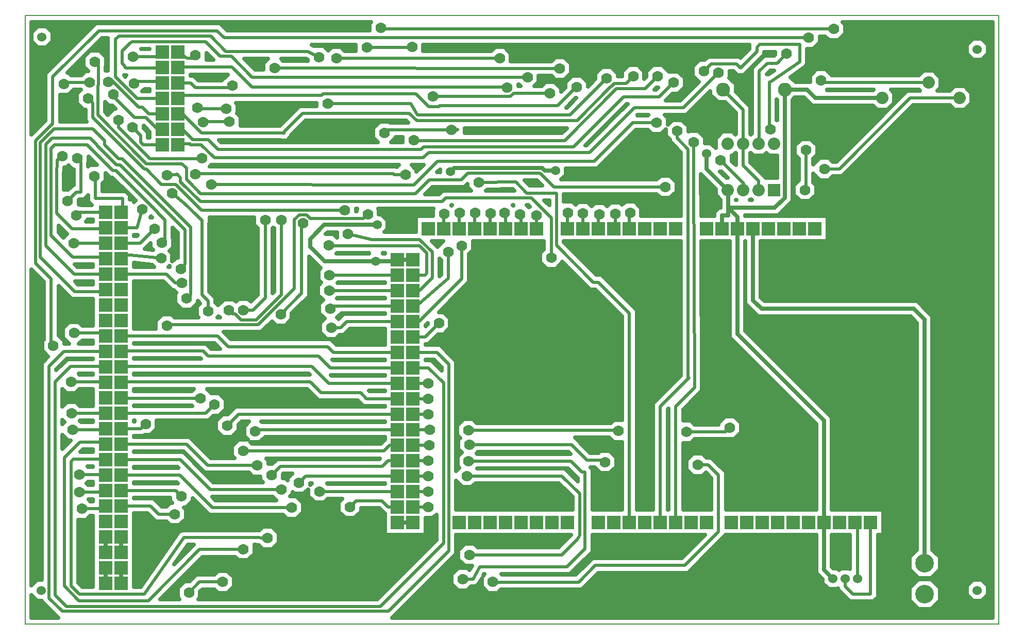
<source format=gbr>
G04 PROTEUS GERBER X2 FILE*
%TF.GenerationSoftware,Labcenter,Proteus,8.13-SP0-Build31525*%
%TF.CreationDate,2024-05-24T22:50:03+00:00*%
%TF.FileFunction,Copper,L4,Bot*%
%TF.FilePolarity,Positive*%
%TF.Part,Single*%
%TF.SameCoordinates,{c1508ea3-b27b-45c9-83e2-94c020805113}*%
%FSLAX45Y45*%
%MOMM*%
G01*
%TA.AperFunction,Conductor*%
%ADD10C,0.508000*%
%ADD11C,0.635000*%
%TA.AperFunction,ViaPad*%
%ADD12C,1.778000*%
%ADD13C,1.524000*%
%TA.AperFunction,ComponentPad*%
%ADD14R,2.286000X2.286000*%
%TA.AperFunction,ComponentPad*%
%ADD15C,2.286000*%
%ADD16C,3.048000*%
%TA.AperFunction,ComponentPad*%
%ADD17R,2.032000X2.032000*%
%ADD18C,2.032000*%
%TA.AperFunction,ComponentPad*%
%ADD19C,1.524000*%
%TA.AperFunction,OtherPad,Unknown*%
%ADD70C,1.524000*%
%TA.AperFunction,Profile*%
%ADD71C,0.203200*%
%TD.AperFunction*%
G36*
X+5472429Y+4854017D02*
X+5472429Y+4701463D01*
X+5364557Y+4593591D01*
X+5212003Y+4593591D01*
X+5148503Y+4657091D01*
X+5055869Y+4657091D01*
X+5055869Y+4559223D01*
X+4947997Y+4451351D01*
X+4850391Y+4451351D01*
X+4850091Y+4211961D01*
X+4822475Y+4159402D01*
X+4575342Y+3988705D01*
X+4658203Y+3905844D01*
X+4895851Y+3905844D01*
X+4895851Y+4013277D01*
X+5003723Y+4121149D01*
X+5156277Y+4121149D01*
X+5257877Y+4019549D01*
X+6687562Y+4019549D01*
X+6763762Y+4095749D01*
X+6926838Y+4095749D01*
X+7042149Y+3980438D01*
X+7042149Y+3817362D01*
X+6990336Y+3765549D01*
X+7195562Y+3765549D01*
X+7271762Y+3841749D01*
X+7434838Y+3841749D01*
X+7550149Y+3726438D01*
X+7550149Y+3563362D01*
X+7434838Y+3448051D01*
X+7271762Y+3448051D01*
X+7195562Y+3524251D01*
X+6593013Y+3524251D01*
X+5427810Y+2359048D01*
X+5274774Y+2359048D01*
X+5211273Y+2295547D01*
X+5058719Y+2295547D01*
X+4952709Y+2401557D01*
X+4952709Y+2257513D01*
X+4999746Y+2210476D01*
X+4999746Y+2057922D01*
X+4891874Y+1950050D01*
X+4739320Y+1950050D01*
X+4631448Y+2057922D01*
X+4631448Y+2210476D01*
X+4711411Y+2290439D01*
X+4711411Y+2648237D01*
X+4647911Y+2711737D01*
X+4647911Y+2864291D01*
X+4755783Y+2972163D01*
X+4908337Y+2972163D01*
X+5016209Y+2864291D01*
X+5016209Y+2711737D01*
X+4952709Y+2648237D01*
X+4952709Y+2557835D01*
X+5058719Y+2663845D01*
X+5211273Y+2663845D01*
X+5274774Y+2600344D01*
X+5327862Y+2600344D01*
X+6493067Y+3765549D01*
X+6700264Y+3765549D01*
X+6687562Y+3778251D01*
X+6228336Y+3778251D01*
X+6280149Y+3726438D01*
X+6280149Y+3563362D01*
X+6164838Y+3448051D01*
X+6001762Y+3448051D01*
X+5931912Y+3517901D01*
X+4929116Y+3517901D01*
X+4795171Y+3651846D01*
X+4646693Y+3651846D01*
X+4610099Y+3615252D01*
X+4610099Y+1953997D01*
X+4370603Y+1714501D01*
X+3835399Y+1714501D01*
X+3835399Y+1708149D01*
X+5187949Y+1708149D01*
X+5187949Y+1289051D01*
X+4089399Y+1289051D01*
X+4089398Y+370104D01*
X+4151790Y+307712D01*
X+6656604Y+307712D01*
X+6908799Y+55517D01*
X+6908799Y-3777270D01*
X+7029449Y-3897920D01*
X+7029449Y-4103080D01*
X+6884380Y-4248149D01*
X+6679220Y-4248149D01*
X+6534151Y-4103080D01*
X+6534151Y-3897920D01*
X+6654801Y-3777270D01*
X+6654801Y-49689D01*
X+6551396Y+53716D01*
X+4046582Y+53716D01*
X+3835402Y+264896D01*
X+3835402Y+317500D01*
X+3835401Y+1289051D01*
X+3835399Y+1289051D01*
X+3835399Y-181856D01*
X+5257799Y-1604256D01*
X+5257799Y-3117851D01*
X+6102349Y-3117851D01*
X+6102349Y-3536949D01*
X+6013449Y-3536949D01*
X+6013449Y-4558473D01*
X+5942773Y-4629149D01*
X+5550727Y-4629149D01*
X+5353051Y-4431473D01*
X+5353051Y-4417615D01*
X+5344717Y-4425949D01*
X+5202683Y-4425949D01*
X+5102251Y-4325517D01*
X+5102251Y-4262653D01*
X+5003801Y-4164203D01*
X+5003801Y-3536949D01*
X+3509453Y-3536949D01*
X+2889168Y-4157234D01*
X+1421848Y-4157234D01*
X+1148924Y-4430159D01*
X-179393Y-4430159D01*
X-236143Y-4486909D01*
X-388697Y-4486909D01*
X-496569Y-4379037D01*
X-496569Y-4249568D01*
X-550189Y-4347058D01*
X-607002Y-4380649D01*
X-670223Y-4380649D01*
X-733723Y-4444149D01*
X-886277Y-4444149D01*
X-994149Y-4336277D01*
X-994149Y-4183723D01*
X-886277Y-4075851D01*
X-733723Y-4075851D01*
X-696747Y-4112827D01*
X-658974Y-4044149D01*
X-776277Y-4044149D01*
X-884149Y-3936277D01*
X-884149Y-3783723D01*
X-776277Y-3675851D01*
X-623723Y-3675851D01*
X-560223Y-3739351D01*
X+767693Y-3739351D01*
X+970219Y-3536949D01*
X-915671Y-3536949D01*
X-915671Y-3846293D01*
X-1963968Y-4894590D01*
X+7894590Y-4894590D01*
X+7894590Y+4894590D01*
X+5431856Y+4894590D01*
X+5472429Y+4854017D01*
G37*
%LPC*%
G36*
X+6884380Y-4260851D02*
X+6679220Y-4260851D01*
X+6534151Y-4405920D01*
X+6534151Y-4611080D01*
X+6679220Y-4756149D01*
X+6884380Y-4756149D01*
X+7029449Y-4611080D01*
X+7029449Y-4405920D01*
X+6884380Y-4260851D01*
G37*
G36*
X+7816849Y-4516017D02*
X+7816849Y-4373983D01*
X+7716417Y-4273551D01*
X+7574383Y-4273551D01*
X+7473951Y-4373983D01*
X+7473951Y-4516017D01*
X+7574383Y-4616449D01*
X+7716417Y-4616449D01*
X+7816849Y-4516017D01*
G37*
G36*
X+7816849Y+4373983D02*
X+7816849Y+4516017D01*
X+7716417Y+4616449D01*
X+7574383Y+4616449D01*
X+7473951Y+4516017D01*
X+7473951Y+4373983D01*
X+7574383Y+4273551D01*
X+7716417Y+4273551D01*
X+7816849Y+4373983D01*
G37*
%LPD*%
G36*
X-7894590Y+3043092D02*
X-7664449Y+3273233D01*
X-7664449Y+4040313D01*
X-6833405Y+4871357D01*
X-4792770Y+4871357D01*
X-4677562Y+4756149D01*
X-2336336Y+4756149D01*
X-2336336Y+4871125D01*
X-2312871Y+4894590D01*
X-7894590Y+4894590D01*
X-7894590Y+3043092D01*
G37*
%LPC*%
G36*
X-7550151Y+4577183D02*
X-7550151Y+4719217D01*
X-7650583Y+4819649D01*
X-7792617Y+4819649D01*
X-7893049Y+4719217D01*
X-7893049Y+4577183D01*
X-7792617Y+4476751D01*
X-7650583Y+4476751D01*
X-7550151Y+4577183D01*
G37*
%LPD*%
G36*
X-7894590Y-4362824D02*
X-7805317Y-4273551D01*
X-7727949Y-4273551D01*
X-7727949Y-712027D01*
X-7621443Y-605521D01*
X-7720544Y-506420D01*
X-7720544Y-353866D01*
X-7689849Y-323171D01*
X-7689849Y+625667D01*
X-7894590Y+830408D01*
X-7894590Y-4362824D01*
G37*
G36*
X-7894590Y-4894590D02*
X-7455333Y-4894590D01*
X-7727949Y-4621974D01*
X-7727949Y-4616449D01*
X-7805317Y-4616449D01*
X-7894590Y-4527176D01*
X-7894590Y-4894590D01*
G37*
G36*
X-3253283Y+4497975D02*
X-3249097Y+4502161D01*
X-3096543Y+4502161D01*
X-3017694Y+4423312D01*
X-2959177Y+4481829D01*
X-2806623Y+4481829D01*
X-2743299Y+4418505D01*
X-2568081Y+4418668D01*
X-2568081Y+4514851D01*
X-3290395Y+4514851D01*
X-3253283Y+4497975D01*
G37*
G36*
X-6089808Y+4447444D02*
X-5952489Y+4447444D01*
X-5952489Y+4451351D01*
X-6093715Y+4451351D01*
X-6089808Y+4447444D01*
G37*
G36*
X-1456691Y+4419705D02*
X-340524Y+4420782D01*
X-276937Y+4484369D01*
X-124383Y+4484369D01*
X-16511Y+4376497D01*
X-16511Y+4249499D01*
X+647923Y+4248449D01*
X+711123Y+4311649D01*
X+863677Y+4311649D01*
X+971549Y+4203777D01*
X+971549Y+4051223D01*
X+863677Y+3943351D01*
X+711123Y+3943351D01*
X+647478Y+4006996D01*
X+439743Y+4007332D01*
X+439743Y+3912410D01*
X+368706Y+3841373D01*
X+485439Y+3841373D01*
X+548939Y+3904873D01*
X+701493Y+3904873D01*
X+809365Y+3797001D01*
X+809365Y+3747940D01*
X+878575Y+3817150D01*
X+878575Y+3904414D01*
X+986447Y+4012286D01*
X+1139001Y+4012286D01*
X+1246873Y+3904414D01*
X+1246873Y+3834601D01*
X+1369548Y+3957276D01*
X+1369548Y+4047080D01*
X+1477420Y+4154952D01*
X+1629974Y+4154952D01*
X+1737846Y+4047080D01*
X+1737846Y+4004309D01*
X+1807469Y+4004309D01*
X+1807469Y+4079059D01*
X+1915341Y+4186931D01*
X+2067895Y+4186931D01*
X+2175767Y+4079059D01*
X+2175767Y+3956101D01*
X+2208855Y+3989189D01*
X+2208855Y+4078993D01*
X+2316727Y+4186865D01*
X+2469281Y+4186865D01*
X+2576414Y+4079732D01*
X+2578877Y+4082195D01*
X+2731431Y+4082195D01*
X+2839303Y+3974323D01*
X+2839303Y+3821769D01*
X+2731431Y+3713897D01*
X+2639087Y+3713897D01*
X+2531614Y+3606424D01*
X+2765194Y+3606424D01*
X+3069942Y+3911172D01*
X+2968315Y+4012800D01*
X+2968315Y+4165354D01*
X+3076187Y+4273226D01*
X+3165991Y+4273226D01*
X+3219654Y+4326889D01*
X+3737467Y+4326889D01*
X+3756744Y+4307612D01*
X+3903457Y+4454325D01*
X+3903457Y+4514851D01*
X-1456691Y+4514851D01*
X-1456691Y+4419705D01*
G37*
G36*
X-5014530Y+4273592D02*
X-5016620Y+4271502D01*
X-4904404Y+4271502D01*
X-5014530Y+4381628D01*
X-5014530Y+4273592D01*
G37*
G36*
X-3791670Y+4288190D02*
X-3758974Y+4255494D01*
X-3356969Y+4254844D01*
X-3356969Y+4273307D01*
X-3384251Y+4288749D01*
X-3791670Y+4288190D01*
G37*
G36*
X-4398675Y+4287357D02*
X-4220654Y+4109336D01*
X-4083045Y+4109336D01*
X-4083045Y+4211267D01*
X-4006417Y+4287895D01*
X-4398675Y+4287357D01*
G37*
G36*
X+4184550Y+4035701D02*
X+4184550Y+4032063D01*
X+4213538Y+4032063D01*
X+4305601Y+4095652D01*
X+4244501Y+4095652D01*
X+4184550Y+4035701D01*
G37*
G36*
X-7300789Y+4062729D02*
X-7284643Y+4062729D01*
X-7244409Y+4022495D01*
X-7075412Y+4022495D01*
X-7011912Y+4085995D01*
X-6960645Y+4085995D01*
X-7036974Y+4162324D01*
X-7036974Y+4314878D01*
X-6929102Y+4422750D01*
X-6776548Y+4422750D01*
X-6668676Y+4314878D01*
X-6668676Y+4162324D01*
X-6673851Y+4157149D01*
X-6673851Y+4093783D01*
X-6638289Y+4093783D01*
X-6638289Y+4630059D01*
X-6733459Y+4630059D01*
X-7300789Y+4062729D01*
G37*
G36*
X-6352992Y+3996314D02*
X-6332295Y+4017011D01*
X-6373688Y+4017011D01*
X-6352992Y+3996314D01*
G37*
G36*
X-5279391Y+4009389D02*
X-5225607Y+4009389D01*
X-5149407Y+3933189D01*
X-4767657Y+3933189D01*
X-4670642Y+4030204D01*
X-5279391Y+4030204D01*
X-5279391Y+4009389D01*
G37*
G36*
X+107949Y+3841373D02*
X+142482Y+3841373D01*
X+115817Y+3868038D01*
X+107949Y+3868038D01*
X+107949Y+3841373D01*
G37*
G36*
X+2344225Y+3783315D02*
X+2367261Y+3783315D01*
X+2402513Y+3818567D01*
X+2379477Y+3818567D01*
X+2344225Y+3783315D01*
G37*
G36*
X+5175325Y+3771899D02*
X+5931912Y+3771899D01*
X+5938264Y+3778251D01*
X+5181677Y+3778251D01*
X+5175325Y+3771899D01*
G37*
G36*
X-6073065Y+3755389D02*
X-5952489Y+3755389D01*
X-5952489Y+3792633D01*
X-6035821Y+3792633D01*
X-6073065Y+3755389D01*
G37*
G36*
X+891358Y+3488689D02*
X+900961Y+3488689D01*
X+1056260Y+3643988D01*
X+1046657Y+3643988D01*
X+891358Y+3488689D01*
G37*
G36*
X-6685140Y+3414062D02*
X-6637020Y+3365942D01*
X-6536202Y+3466760D01*
X-6512663Y+3466760D01*
X-6566593Y+3520690D01*
X-6623958Y+3520690D01*
X-6685140Y+3581872D01*
X-6685140Y+3414062D01*
G37*
G36*
X+2059118Y+3361697D02*
X+2235123Y+3361697D01*
X+2238552Y+3365126D01*
X+2062547Y+3365126D01*
X+2059118Y+3361697D01*
G37*
G36*
X+4350634Y+3285952D02*
X+4356101Y+3280485D01*
X+4356101Y+3615252D01*
X+4350634Y+3620719D01*
X+4350634Y+3285952D01*
G37*
G36*
X-7284643Y+3694431D02*
X-7423151Y+3694431D01*
X-7423151Y+3255009D01*
X-6986712Y+3255009D01*
X-7004049Y+3272346D01*
X-7004049Y+3454553D01*
X-7040382Y+3454553D01*
X-7148254Y+3562425D01*
X-7148254Y+3714979D01*
X-7082036Y+3781197D01*
X-7197877Y+3781197D01*
X-7284643Y+3694431D01*
G37*
G36*
X+2900478Y+3400464D02*
X+2865140Y+3365126D01*
X+2511248Y+3365126D01*
X+2559049Y+3317325D01*
X+2559049Y+3208505D01*
X+2636083Y+3285539D01*
X+2788637Y+3285539D01*
X+2896509Y+3177667D01*
X+2896509Y+3093435D01*
X+2908223Y+3105149D01*
X+3060777Y+3105149D01*
X+3168649Y+2997277D01*
X+3168649Y+2903873D01*
X+3268219Y+2903873D01*
X+3346451Y+2825641D01*
X+3346451Y+2977138D01*
X+3461762Y+3092449D01*
X+3624838Y+3092449D01*
X+3670300Y+3046987D01*
X+3676651Y+3053338D01*
X+3676651Y+3404427D01*
X+3506027Y+3575051D01*
X+3380302Y+3575051D01*
X+3257551Y+3697802D01*
X+3257551Y+3757537D01*
X+2900478Y+3400464D01*
G37*
G36*
X-4511702Y+3542380D02*
X-4511702Y+3389826D01*
X-4513152Y+3388376D01*
X-4455442Y+3330665D01*
X-4455442Y+3191509D01*
X-3813242Y+3191509D01*
X-3491770Y+3512981D01*
X-3211922Y+3512981D01*
X-3211922Y+3564892D01*
X-4534214Y+3564892D01*
X-4511702Y+3542380D01*
G37*
G36*
X-770891Y+3119177D02*
X-770891Y+3069203D01*
X-773131Y+3066963D01*
X+817697Y+3066963D01*
X+901605Y+3150871D01*
X-770891Y+3150871D01*
X-770891Y+3119177D01*
G37*
G36*
X+4144755Y+4354379D02*
X+3806717Y+4016341D01*
X+3706771Y+4016341D01*
X+3637521Y+4085591D01*
X+3577565Y+4085591D01*
X+3577565Y+3987747D01*
X+3568932Y+3979114D01*
X+3676649Y+3871398D01*
X+3676649Y+3745673D01*
X+3917949Y+3504373D01*
X+3917949Y+3053338D01*
X+3924300Y+3046987D01*
X+3943252Y+3065939D01*
X+3943252Y+4135647D01*
X+4144554Y+4336950D01*
X+4303488Y+4336950D01*
X+4326891Y+4360353D01*
X+4326891Y+4402519D01*
X+4144755Y+4402519D01*
X+4144755Y+4354379D01*
G37*
G36*
X-6051551Y+3148773D02*
X-5977532Y+3074754D01*
X-5977532Y+2993389D01*
X-5952489Y+2993389D01*
X-5952489Y+3091518D01*
X-6051551Y+3190580D01*
X-6051551Y+3148773D01*
G37*
G36*
X-3574687Y+3088820D02*
X-3627544Y+3035963D01*
X-3627544Y+3015806D01*
X-3698219Y+2945131D01*
X-3798167Y+2945131D01*
X-3803247Y+2950211D01*
X-4809049Y+2950211D01*
X-4776027Y+2917189D01*
X-2201077Y+2917189D01*
X-2277109Y+2993221D01*
X-2277109Y+3145775D01*
X-2169237Y+3253647D01*
X-2016683Y+3253647D01*
X-2002862Y+3239826D01*
X-1703568Y+3239826D01*
X-1735425Y+3271683D01*
X-3391824Y+3271683D01*
X-3574687Y+3088820D01*
G37*
G36*
X-1908811Y+2993221D02*
X-1984843Y+2917189D01*
X-1798557Y+2917189D01*
X-1798557Y+2998528D01*
X-1908811Y+2998528D01*
X-1908811Y+2993221D01*
G37*
G36*
X+1210752Y+2871469D02*
X+1224905Y+2871469D01*
X+1741579Y+3388143D01*
X+1744320Y+3388143D01*
X+1898194Y+3542017D01*
X+1881300Y+3542017D01*
X+1210752Y+2871469D01*
G37*
G36*
X+3917949Y+2737862D02*
X+3917949Y+2589973D01*
X+4171948Y+2335974D01*
X+4171948Y+2330449D01*
X+4356101Y+2330449D01*
X+4356101Y+2698751D01*
X+4223762Y+2698751D01*
X+4178300Y+2744213D01*
X+4132838Y+2698751D01*
X+3969762Y+2698751D01*
X+3924300Y+2744213D01*
X+3917949Y+2737862D01*
G37*
G36*
X+3624838Y+2698751D02*
X+3610138Y+2698751D01*
X+3611649Y+2697240D01*
X+3611649Y+2607436D01*
X+3676651Y+2542434D01*
X+3676651Y+2737862D01*
X+3670300Y+2744213D01*
X+3624838Y+2698751D01*
G37*
G36*
X-6953251Y+2578023D02*
X-6959799Y+2571475D01*
X-6959799Y+2523367D01*
X-6936817Y+2546349D01*
X-6815042Y+2546349D01*
X-6953251Y+2684558D01*
X-6953251Y+2578023D01*
G37*
G36*
X-4968165Y+2518409D02*
X-1898139Y+2518409D01*
X-1888748Y+2509018D01*
X-1853954Y+2543811D01*
X-4936160Y+2543811D01*
X-4939462Y+2547112D01*
X-4968165Y+2518409D01*
G37*
G36*
X-1565911Y+2463556D02*
X-1565911Y+2432491D01*
X-1454591Y+2543811D01*
X-1646166Y+2543811D01*
X-1565911Y+2463556D01*
G37*
G36*
X-1234110Y+2423048D02*
X-1183623Y+2423048D01*
X-1183623Y+2473535D01*
X-1234110Y+2423048D01*
G37*
G36*
X+3526053Y+2330449D02*
X+3547392Y+2330449D01*
X+3441027Y+2436814D01*
X+3419688Y+2436814D01*
X+3526053Y+2330449D01*
G37*
G36*
X+2451177Y+3056899D02*
X+2298623Y+3056899D01*
X+2235123Y+3120399D01*
X+2036261Y+3120399D01*
X+1403793Y+2487931D01*
X+886108Y+2487931D01*
X+886108Y+2379204D01*
X+811953Y+2305049D01*
X+2379903Y+2305049D01*
X+2443403Y+2368549D01*
X+2595957Y+2368549D01*
X+2703829Y+2260677D01*
X+2703829Y+2108123D01*
X+2595957Y+2000251D01*
X+2443403Y+2000251D01*
X+2379903Y+2063751D01*
X+852169Y+2063751D01*
X+852169Y+1942234D01*
X+998597Y+1942234D01*
X+1049006Y+1891826D01*
X+1092083Y+1934903D01*
X+1244637Y+1934903D01*
X+1309471Y+1870069D01*
X+1357201Y+1917799D01*
X+1509755Y+1917799D01*
X+1562136Y+1865418D01*
X+1624293Y+1927574D01*
X+1776847Y+1927574D01*
X+1811748Y+1892672D01*
X+1863754Y+1944678D01*
X+2016308Y+1944678D01*
X+2124180Y+1836806D01*
X+2124180Y+1708149D01*
X+2771307Y+1708149D01*
X+2771307Y+2752089D01*
X+2591711Y+2931685D01*
X+2591711Y+2961613D01*
X+2528211Y+3025113D01*
X+2528211Y+3133933D01*
X+2451177Y+3056899D01*
G37*
G36*
X+295395Y+2204510D02*
X+497383Y+2204510D01*
X+413517Y+2288376D01*
X+211529Y+2288376D01*
X+295395Y+2204510D01*
G37*
G36*
X-7310238Y+2507274D02*
X-7352882Y+2507274D01*
X-7359651Y+2371895D01*
X-7359651Y+2139949D01*
X-7288973Y+2139949D01*
X-7211017Y+2217905D01*
X-7201095Y+2217905D01*
X-7201095Y+2470151D01*
X-7213677Y+2470151D01*
X-7280519Y+2536993D01*
X-7310238Y+2507274D01*
G37*
G36*
X-405237Y+2141037D02*
X-422663Y+2123611D01*
X+35050Y+2123611D01*
X+12629Y+2146032D01*
X-405237Y+2141037D01*
G37*
G36*
X-780553Y+2181750D02*
X-1310308Y+2181750D01*
X-1428309Y+2063749D01*
X-1194386Y+2063749D01*
X-1134524Y+2123611D01*
X-669537Y+2123611D01*
X-730249Y+2184323D01*
X-730249Y+2232054D01*
X-780553Y+2181750D01*
G37*
G36*
X+3682999Y+1968499D02*
X+3684014Y+1968499D01*
X+3682999Y+1969514D01*
X+3682999Y+1968499D01*
G37*
G36*
X+3910586Y+1968499D02*
X+3938014Y+1968499D01*
X+3924300Y+1982213D01*
X+3910586Y+1968499D01*
G37*
G36*
X-6676391Y+2285923D02*
X-6722111Y+2240203D01*
X-6722111Y+2114549D01*
X-6346088Y+2114549D01*
X-6275414Y+2043875D01*
X-6275414Y+1974849D01*
X-6211571Y+1974849D01*
X-6211571Y+1934351D01*
X-6186556Y+1959366D01*
X-6561450Y+2334261D01*
X-6602954Y+2334261D01*
X-6676391Y+2407698D01*
X-6676391Y+2285923D01*
G37*
G36*
X-7030473Y+1976607D02*
X-7111071Y+1976607D01*
X-7118351Y+1969327D01*
X-7118351Y+1896760D01*
X-7082815Y+1896760D01*
X-7072004Y+1885949D01*
X-6905431Y+1885949D01*
X-6963409Y+1943927D01*
X-6963409Y+2043671D01*
X-7030473Y+1976607D01*
G37*
G36*
X+610871Y+1881311D02*
X+610871Y+1963214D01*
X+528968Y+1963214D01*
X+610871Y+1881311D01*
G37*
G36*
X-991372Y+1879678D02*
X-988737Y+1882313D01*
X-994006Y+1882313D01*
X-991372Y+1879678D01*
G37*
G36*
X+18468Y+1878998D02*
X+21783Y+1882313D01*
X+15152Y+1882313D01*
X+18468Y+1878998D01*
G37*
G36*
X+278934Y+1848688D02*
X+290592Y+1860346D01*
X+268625Y+1882313D01*
X+245309Y+1882313D01*
X+278934Y+1848688D01*
G37*
G36*
X-2563085Y+1784478D02*
X-2552603Y+1784478D01*
X-2552603Y+1811435D01*
X-2541587Y+1822451D01*
X-2563085Y+1822451D01*
X-2563085Y+1784478D01*
G37*
G36*
X+3108857Y+1708149D02*
X+3327401Y+1708149D01*
X+3327401Y+1767105D01*
X+3401795Y+1841499D01*
X+3429001Y+1841499D01*
X+3429001Y+1969512D01*
X+3346451Y+2052062D01*
X+3346451Y+2150847D01*
X+3105559Y+2391739D01*
X+3108857Y+1708149D01*
G37*
G36*
X-5942321Y+1682749D02*
X-5909940Y+1682749D01*
X-5926130Y+1698940D01*
X-5942321Y+1682749D01*
G37*
G36*
X-6974943Y+1636334D02*
X-6994963Y+1616314D01*
X-6884669Y+1616314D01*
X-6884669Y+1644651D01*
X-6974943Y+1644651D01*
X-6974943Y+1636334D01*
G37*
G36*
X-2184305Y+1811435D02*
X-2184305Y+1733549D01*
X-2143863Y+1733549D01*
X-2043431Y+1633117D01*
X-2043431Y+1491083D01*
X-2093065Y+1441449D01*
X-1581149Y+1441449D01*
X-1581149Y+1708149D01*
X-1297249Y+1708149D01*
X-1297249Y+1817258D01*
X-1292056Y+1822451D01*
X-2195321Y+1822451D01*
X-2184305Y+1811435D01*
G37*
G36*
X-6211571Y+1390652D02*
X-6211571Y+1377949D01*
X-6158673Y+1377949D01*
X-6145970Y+1390652D01*
X-6159500Y+1390652D01*
X-6211571Y+1390652D01*
G37*
G36*
X-3056643Y+1408429D02*
X-2931083Y+1408429D01*
X-2876549Y+1353895D01*
X-2876549Y+1435101D01*
X-3029971Y+1435101D01*
X-3056643Y+1408429D01*
G37*
G36*
X-7448551Y+1434273D02*
X-7366452Y+1352174D01*
X-7309942Y+1408684D01*
X-7311611Y+1410354D01*
X-7448551Y+1547294D01*
X-7448551Y+1434273D01*
G37*
G36*
X-1222789Y+1198708D02*
X-1221754Y+1197672D01*
X-1130375Y+1289051D01*
X-1313132Y+1289051D01*
X-1222789Y+1198708D01*
G37*
G36*
X-6023389Y+1171989D02*
X-6031582Y+1163796D01*
X-5893324Y+1149798D01*
X-5937249Y+1193723D01*
X-5937249Y+1258129D01*
X-6023389Y+1171989D01*
G37*
G36*
X-2879015Y+1092199D02*
X-2350667Y+1092199D01*
X-2348014Y+1094852D01*
X-2876362Y+1094852D01*
X-2879015Y+1092199D01*
G37*
G36*
X-2119733Y+1092199D02*
X-2089149Y+1092199D01*
X-2089149Y+1094852D01*
X-2122386Y+1094852D01*
X-2119733Y+1092199D01*
G37*
G36*
X-5577353Y+1402622D02*
X-5577353Y+1354679D01*
X-5568951Y+1346277D01*
X-5568951Y+1193723D01*
X-5627294Y+1135380D01*
X-5579111Y+1087197D01*
X-5579111Y+960524D01*
X-5516110Y+1023525D01*
X-5490208Y+1023525D01*
X-5490208Y+1428306D01*
X-5577353Y+1515451D01*
X-5577353Y+1402622D01*
G37*
G36*
X-7138226Y+869949D02*
X-6884669Y+869949D01*
X-6884669Y+912755D01*
X-7181032Y+912755D01*
X-7138226Y+869949D01*
G37*
G36*
X-6211571Y+869949D02*
X-5882715Y+869949D01*
X-5914944Y+902178D01*
X-6211571Y+936904D01*
X-6211571Y+869949D01*
G37*
G36*
X-5643805Y+869949D02*
X-5624387Y+869949D01*
X-5623982Y+869544D01*
X-5623982Y+889772D01*
X-5643805Y+869949D01*
G37*
G36*
X-641351Y+1142923D02*
X-704851Y+1079423D01*
X-704852Y+623126D01*
X-1199959Y+128019D01*
X-1124265Y+128019D01*
X-1016393Y+20147D01*
X-1016393Y-132407D01*
X-1124265Y-240279D01*
X-1214069Y-240279D01*
X-1373839Y-400049D01*
X-1416051Y-400049D01*
X-1416051Y-412751D01*
X-1181926Y-412751D01*
X-915671Y-679006D01*
X-915671Y-2484045D01*
X-863518Y-2431892D01*
X-895349Y-2400060D01*
X-895349Y-2247506D01*
X-828344Y-2180502D01*
X-882649Y-2126197D01*
X-882649Y-1973643D01*
X-849090Y-1940084D01*
X-898779Y-1890394D01*
X-898779Y-1737840D01*
X-790907Y-1629968D01*
X-638353Y-1629968D01*
X-574853Y-1693468D01*
X+1619886Y-1693468D01*
X+1671243Y-1642111D01*
X+1809751Y-1642111D01*
X+1809751Y+58136D01*
X+1369854Y+498033D01*
X+1284332Y+498033D01*
X+829913Y+952452D01*
X+829913Y+943144D01*
X+722041Y+835272D01*
X+569487Y+835272D01*
X+461615Y+943144D01*
X+461615Y+1095698D01*
X+525115Y+1159198D01*
X+525115Y+1289051D01*
X-641351Y+1289051D01*
X-641351Y+1142923D01*
G37*
G36*
X-1187451Y+718727D02*
X-1162049Y+740798D01*
X-1162049Y+977823D01*
X-1187451Y+1003225D01*
X-1187451Y+718727D01*
G37*
G36*
X-2866896Y+606478D02*
X-2863668Y+603249D01*
X-2089149Y+603249D01*
X-2089149Y+615951D01*
X-2857423Y+615951D01*
X-2866896Y+606478D01*
G37*
G36*
X-7131407Y+583729D02*
X-6884669Y+583729D01*
X-6884669Y+628651D01*
X-7176329Y+628651D01*
X-7131407Y+583729D01*
G37*
G36*
X-3932532Y+1502757D02*
X-3932532Y+439250D01*
X-3909247Y+462535D01*
X-3909247Y+1502757D01*
X-3920890Y+1514400D01*
X-3932532Y+1502757D01*
G37*
G36*
X-2875848Y+349249D02*
X-2089149Y+349249D01*
X-2089149Y+361951D01*
X-2863146Y+361951D01*
X-2875848Y+349249D01*
G37*
G36*
X-4968652Y+1581830D02*
X-4972051Y+1578431D01*
X-4972051Y+461155D01*
X-4872992Y+362096D01*
X-4872992Y+282018D01*
X-4829646Y+238672D01*
X-4729180Y+339137D01*
X-4576626Y+339137D01*
X-4535310Y+297821D01*
X-4488115Y+345016D01*
X-4335561Y+345016D01*
X-4289114Y+298569D01*
X-4173830Y+413853D01*
X-4173830Y+1502757D01*
X-4237330Y+1566257D01*
X-4237330Y+1682784D01*
X-4962155Y+1682784D01*
X-4968652Y+1581830D01*
G37*
G36*
X-6211571Y+539751D02*
X-6211571Y-143140D01*
X-5855001Y-143140D01*
X-5855001Y-15870D01*
X-5747129Y+92002D01*
X-5594575Y+92002D01*
X-5543227Y+40654D01*
X-5152480Y+40654D01*
X-5177789Y+65963D01*
X-5177789Y+218517D01*
X-5124223Y+272083D01*
X-5159748Y+307608D01*
X-5159748Y+275020D01*
X-5267620Y+167148D01*
X-5420174Y+167148D01*
X-5528046Y+275020D01*
X-5528046Y+427574D01*
X-5513516Y+442104D01*
X-5558978Y+487565D01*
X-5583247Y+487565D01*
X-5724333Y+628651D01*
X-6211571Y+628651D01*
X-6211571Y+539751D01*
G37*
G36*
X-4834800Y+40654D02*
X-4798995Y+40654D01*
X-4816898Y+58556D01*
X-4834800Y+40654D01*
G37*
G36*
X-2873030Y+35338D02*
X-2847510Y+9816D01*
X-2762077Y+95249D01*
X-2089149Y+95249D01*
X-2089149Y+107951D01*
X-2800417Y+107951D01*
X-2873030Y+35338D01*
G37*
G36*
X-1416051Y-88073D02*
X-1416051Y-101017D01*
X-1384691Y-69657D01*
X-1384691Y-56713D01*
X-1416051Y-88073D01*
G37*
G36*
X-3333801Y+387657D02*
X-3615738Y+105720D01*
X-3615738Y+15916D01*
X-3723610Y-91956D01*
X-3876164Y-91956D01*
X-3943560Y-24560D01*
X-4119643Y-200644D01*
X-4733234Y-200644D01*
X-4613847Y-320031D01*
X-2972008Y-320031D01*
X-2879288Y-412751D01*
X-2089149Y-412751D01*
X-2089149Y-146049D01*
X-2662131Y-146049D01*
X-2766656Y-250574D01*
X-2828415Y-250574D01*
X-2891916Y-314075D01*
X-3044470Y-314075D01*
X-3152342Y-206203D01*
X-3152342Y-53649D01*
X-3076684Y+22010D01*
X-3165670Y+110996D01*
X-3165670Y+263550D01*
X-3105246Y+323974D01*
X-3187333Y+406062D01*
X-3187333Y+558616D01*
X-3133488Y+612462D01*
X-3181349Y+660323D01*
X-3181349Y+812877D01*
X-3144072Y+850154D01*
X-3169316Y+875399D01*
X-3333801Y+1039884D01*
X-3333801Y+387657D01*
G37*
G36*
X-7448551Y-257561D02*
X-7352246Y-353866D01*
X-7352246Y-394977D01*
X-7278328Y-394977D01*
X-7379914Y-293391D01*
X-7379914Y-140837D01*
X-7272042Y-32965D01*
X-7119488Y-32965D01*
X-7055988Y-96465D01*
X-6884669Y-96465D01*
X-6884669Y+342431D01*
X-7231353Y+342431D01*
X-7448551Y+559629D01*
X-7448551Y-257561D01*
G37*
G36*
X-7113202Y-394977D02*
X-6884669Y-394977D01*
X-6884669Y-337763D01*
X-7055988Y-337763D01*
X-7113202Y-394977D01*
G37*
G36*
X-6211571Y-390320D02*
X-5022971Y-390320D01*
X-4937040Y-476251D01*
X-4798871Y-476251D01*
X-4890684Y-384438D01*
X-6211571Y-384438D01*
X-6211571Y-390320D01*
G37*
G36*
X-6211571Y-641664D02*
X-5112871Y-641664D01*
X-5122917Y-631618D01*
X-6211571Y-631618D01*
X-6211571Y-641664D01*
G37*
G36*
X-2934527Y-666751D02*
X-2089149Y-666751D01*
X-2089149Y-654049D01*
X-2947229Y-654049D01*
X-2934527Y-666751D01*
G37*
G36*
X-7486651Y-811973D02*
X-7486651Y-828251D01*
X-7301758Y-643358D01*
X-6884669Y-643358D01*
X-6884669Y-636275D01*
X-7310953Y-636275D01*
X-7486651Y-811973D01*
G37*
G36*
X-1416051Y-666752D02*
X-1323514Y-666752D01*
X-1156969Y-833297D01*
X-1156969Y-778952D01*
X-1281872Y-654049D01*
X-1416051Y-654049D01*
X-1416051Y-666752D01*
G37*
G36*
X-7104303Y-897891D02*
X-6884669Y-897891D01*
X-6884669Y-884656D01*
X-7117538Y-884656D01*
X-7104303Y-897891D01*
G37*
G36*
X-6211571Y-900026D02*
X-3321896Y-900026D01*
X-3338960Y-882962D01*
X-6211571Y-882962D01*
X-6211571Y-900026D01*
G37*
G36*
X-2959927Y-920751D02*
X-2089149Y-920751D01*
X-2089149Y-908049D01*
X-2972629Y-908049D01*
X-2959927Y-920751D01*
G37*
G36*
X-6211571Y-1168937D02*
X-5258104Y-1168937D01*
X-5230491Y-1141324D01*
X-6211571Y-1141324D01*
X-6211571Y-1168937D01*
G37*
G36*
X-2339921Y-1174751D02*
X-2089149Y-1174751D01*
X-2089149Y-1162049D01*
X-2352623Y-1162049D01*
X-2339921Y-1174751D01*
G37*
G36*
X-7385138Y-1425615D02*
X-7311354Y-1351831D01*
X-7158800Y-1351831D01*
X-7095300Y-1415331D01*
X-6884669Y-1415332D01*
X-6884669Y-1139189D01*
X-7104303Y-1139189D01*
X-7167803Y-1202689D01*
X-7320357Y-1202689D01*
X-7385137Y-1137909D01*
X-7385138Y-1425615D01*
G37*
G36*
X-6211571Y-1416051D02*
X-5252288Y-1416051D01*
X-5258104Y-1410235D01*
X-6211571Y-1410235D01*
X-6211571Y-1416051D01*
G37*
G36*
X-6211571Y-1670051D02*
X-6201375Y-1670051D01*
X-6201375Y-1657349D01*
X-6211571Y-1657349D01*
X-6211571Y-1670051D01*
G37*
G36*
X-7095300Y-1656629D02*
X-7097102Y-1658431D01*
X-7073823Y-1681710D01*
X-6884669Y-1681710D01*
X-6884669Y-1656628D01*
X-7095300Y-1656629D01*
G37*
G36*
X-4102022Y-1682752D02*
X-2089149Y-1682751D01*
X-2089149Y-1670049D01*
X-4114726Y-1670048D01*
X-4102022Y-1682752D01*
G37*
G36*
X-7385138Y-1713471D02*
X-7351575Y-1679908D01*
X-7385138Y-1646345D01*
X-7385138Y-1713471D01*
G37*
G36*
X+3122708Y-1162738D02*
X+2813049Y-1472397D01*
X+2813049Y-1656113D01*
X+2942873Y-1656113D01*
X+3006373Y-1719613D01*
X+3393401Y-1719613D01*
X+3393401Y-1694551D01*
X+3501273Y-1586679D01*
X+3653827Y-1586679D01*
X+3761699Y-1694551D01*
X+3761699Y-1847105D01*
X+3653827Y-1954977D01*
X+3564023Y-1954977D01*
X+3558089Y-1960911D01*
X+3006373Y-1960911D01*
X+2942873Y-2024411D01*
X+2813049Y-2024411D01*
X+2813049Y-3117851D01*
X+3274395Y-3117851D01*
X+3274395Y-2601202D01*
X+3184610Y-2511416D01*
X+3129357Y-2566669D01*
X+2976803Y-2566669D01*
X+2868931Y-2458797D01*
X+2868931Y-2306243D01*
X+2976803Y-2198371D01*
X+3129357Y-2198371D01*
X+3192857Y-2261871D01*
X+3276308Y-2261871D01*
X+3515693Y-2501256D01*
X+3515693Y-3117851D01*
X+5003801Y-3117851D01*
X+5003801Y-1709462D01*
X+3581401Y-287062D01*
X+3581401Y+1289051D01*
X+3110879Y+1289051D01*
X+3122708Y-1162738D01*
G37*
G36*
X-4940293Y-1207194D02*
X-4812540Y-1207194D01*
X-4704668Y-1315066D01*
X-4704668Y-1467620D01*
X-4812540Y-1575492D01*
X-4902344Y-1575492D01*
X-4984201Y-1657349D01*
X-5833077Y-1657349D01*
X-5833077Y-1785320D01*
X-5940949Y-1893192D01*
X-6030753Y-1893192D01*
X-6048910Y-1911349D01*
X-6211571Y-1911349D01*
X-6211571Y-1924051D01*
X-5296727Y-1924051D01*
X-4949006Y-2271772D01*
X-4554357Y-2271772D01*
X-4597733Y-2228396D01*
X-4597733Y-2075842D01*
X-4489861Y-1967970D01*
X-4337656Y-1967970D01*
X-4400549Y-1905077D01*
X-4400549Y-1752523D01*
X-4318074Y-1670048D01*
X-4440746Y-1670048D01*
X-4494531Y-1723833D01*
X-4494531Y-1813637D01*
X-4602403Y-1921509D01*
X-4754957Y-1921509D01*
X-4862829Y-1813637D01*
X-4862829Y-1661083D01*
X-4754957Y-1553211D01*
X-4665153Y-1553211D01*
X-4540694Y-1428752D01*
X-4490720Y-1428752D01*
X-2089149Y-1428751D01*
X-2089149Y-1416049D01*
X-2439867Y-1416049D01*
X-2535999Y-1319917D01*
X-3182023Y-1319917D01*
X-3360616Y-1141324D01*
X-5006163Y-1141324D01*
X-4940293Y-1207194D01*
G37*
G36*
X-4140123Y-2012949D02*
X-4292328Y-2012949D01*
X-4268550Y-2036727D01*
X-2156549Y-2036727D01*
X-2089149Y-1969327D01*
X-2089149Y-1924049D01*
X-4051222Y-1924048D01*
X-4140123Y-2012949D01*
G37*
G36*
X-7385139Y-2121847D02*
X-7249800Y-1986508D01*
X-7289877Y-1986508D01*
X-7385138Y-1891247D01*
X-7385139Y-2121847D01*
G37*
G36*
X-7092393Y-2170345D02*
X-6884669Y-2170345D01*
X-6884669Y-2127279D01*
X-7049327Y-2127279D01*
X-7092393Y-2170345D01*
G37*
G36*
X+1284996Y-2183271D02*
X+1423113Y-2183271D01*
X+1454493Y-2151891D01*
X+1607047Y-2151891D01*
X+1714919Y-2259763D01*
X+1714919Y-2412317D01*
X+1607047Y-2520189D01*
X+1454493Y-2520189D01*
X+1358873Y-2424569D01*
X+1294046Y-2424569D01*
X+1322069Y-2452592D01*
X+1322069Y-3117851D01*
X+1809751Y-3117851D01*
X+1809751Y-2010409D01*
X+1671243Y-2010409D01*
X+1595600Y-1934766D01*
X+1036491Y-1934766D01*
X+1284996Y-2183271D01*
G37*
G36*
X-581356Y-2193202D02*
X-571423Y-2203134D01*
X+963615Y-2203134D01*
X+931050Y-2170569D01*
X-558723Y-2170569D01*
X-581356Y-2193202D01*
G37*
G36*
X-3998342Y-2316144D02*
X-3998342Y-2368551D01*
X-3936173Y-2368551D01*
X-3854161Y-2286539D01*
X-2177761Y-2286539D01*
X-2169245Y-2278023D01*
X-4036463Y-2278023D01*
X-3998342Y-2316144D01*
G37*
G36*
X-6964483Y-2419351D02*
X-6884669Y-2419351D01*
X-6884669Y-2411643D01*
X-6972191Y-2411643D01*
X-6964483Y-2419351D01*
G37*
G36*
X-6211571Y-2432013D02*
X-5482506Y-2432013D01*
X-5499500Y-2415019D01*
X-6211571Y-2415019D01*
X-6211571Y-2432013D01*
G37*
G36*
X-571742Y-2444751D02*
X+867459Y-2444751D01*
X+1080771Y-2652351D01*
X+1080771Y-2606270D01*
X+918933Y-2444432D01*
X-571423Y-2444432D01*
X-571742Y-2444751D01*
G37*
G36*
X-3765551Y-2539173D02*
X-3765551Y-2605612D01*
X-3712943Y-2605612D01*
X-3682190Y-2636365D01*
X-3682190Y-2599577D01*
X-3610450Y-2527837D01*
X-3754215Y-2527837D01*
X-3765551Y-2539173D01*
G37*
G36*
X-6211571Y-2173723D02*
X-5399552Y-2173723D01*
X-4904163Y-2669112D01*
X-4093714Y-2669112D01*
X-4133849Y-2628977D01*
X-4133849Y-2576570D01*
X-4258768Y-2576570D01*
X-4322268Y-2513070D01*
X-5048952Y-2513070D01*
X-5396673Y-2165349D01*
X-6211571Y-2165349D01*
X-6211571Y-2173723D01*
G37*
G36*
X-6211571Y-2686051D02*
X-5490769Y-2686051D01*
X-5503509Y-2673311D01*
X-6211571Y-2673311D01*
X-6211571Y-2686051D01*
G37*
G36*
X-3022523Y-2698751D02*
X-2089149Y-2698751D01*
X-2089149Y-2686049D01*
X-3035225Y-2686049D01*
X-3022523Y-2698751D01*
G37*
G36*
X-3313892Y-2710566D02*
X-3289375Y-2686049D01*
X-3313892Y-2686049D01*
X-3313892Y-2710566D01*
G37*
G36*
X-6989884Y-2686050D02*
X-6964483Y-2711451D01*
X-6884669Y-2711451D01*
X-6884669Y-2660649D01*
X-6964483Y-2660649D01*
X-6989884Y-2686050D01*
G37*
G36*
X-915671Y-3117851D02*
X+994411Y-3117851D01*
X+994411Y-2905011D01*
X+769425Y-2686049D01*
X-596823Y-2686049D01*
X-660323Y-2749549D01*
X-812877Y-2749549D01*
X-915671Y-2646755D01*
X-915671Y-3117851D01*
G37*
G36*
X-4870125Y-2965451D02*
X-3873956Y-2965451D01*
X-3928997Y-2910410D01*
X-4925166Y-2910410D01*
X-4870125Y-2965451D01*
G37*
G36*
X-6926686Y-2979100D02*
X-6884669Y-2979100D01*
X-6884669Y-2952749D01*
X-6953037Y-2952749D01*
X-6926686Y-2979100D01*
G37*
G36*
X-3421764Y-2860003D02*
X-3574318Y-2860003D01*
X-3605071Y-2829250D01*
X-3605071Y-2866038D01*
X-3640984Y-2901951D01*
X-3543223Y-2901951D01*
X-3435351Y-3009823D01*
X-3435351Y-3162377D01*
X-3543223Y-3270249D01*
X-3695777Y-3270249D01*
X-3759277Y-3206749D01*
X-4970071Y-3206749D01*
X-5245561Y-2931259D01*
X-5245561Y-2978190D01*
X-5353433Y-3086062D01*
X-5384333Y-3086062D01*
X-5354972Y-3115423D01*
X-5354972Y-3267977D01*
X-5462844Y-3375849D01*
X-5615398Y-3375849D01*
X-5678898Y-3312349D01*
X-5852562Y-3312349D01*
X-5987236Y-3177674D01*
X-6211571Y-3177674D01*
X-6211571Y-4387851D01*
X-6101393Y-4387851D01*
X-5469321Y-3482999D01*
X-5416897Y-3455671D01*
X-4270555Y-3455671D01*
X-4148386Y-3458700D01*
X-4089477Y-3399791D01*
X-3936923Y-3399791D01*
X-3829051Y-3507663D01*
X-3829051Y-3660217D01*
X-3936923Y-3768089D01*
X-4089477Y-3768089D01*
X-4156339Y-3701227D01*
X-4229435Y-3698590D01*
X-4229435Y-3843097D01*
X-4337307Y-3950969D01*
X-4489861Y-3950969D01*
X-4545741Y-3895089D01*
X-5084467Y-3895089D01*
X-5777889Y-4588511D01*
X-5460140Y-4588511D01*
X-5491002Y-4557649D01*
X-5491002Y-4405095D01*
X-5383130Y-4297223D01*
X-5293326Y-4297223D01*
X-5182257Y-4186154D01*
X-4892368Y-4186154D01*
X-4828868Y-4122654D01*
X-4676314Y-4122654D01*
X-4568442Y-4230526D01*
X-4568442Y-4383080D01*
X-4676314Y-4490952D01*
X-4828868Y-4490952D01*
X-4892368Y-4427452D01*
X-5082311Y-4427452D01*
X-5122704Y-4467845D01*
X-5122704Y-4557649D01*
X-5153566Y-4588511D01*
X-2209133Y-4588511D01*
X-1242026Y-3621404D01*
X-1242026Y-3204252D01*
X-1295323Y-3257549D01*
X-1416051Y-3257549D01*
X-1416051Y-3536949D01*
X-2089149Y-3536949D01*
X-2089149Y-3186873D01*
X-2182996Y-3093026D01*
X-2477909Y-3093026D01*
X-2477909Y-3149931D01*
X-2585781Y-3257803D01*
X-2738335Y-3257803D01*
X-2846207Y-3149931D01*
X-2846207Y-2997377D01*
X-2788879Y-2940049D01*
X-3022523Y-2940049D01*
X-3086023Y-3003549D01*
X-3238577Y-3003549D01*
X-3346449Y-2895677D01*
X-3346449Y-2784688D01*
X-3421764Y-2860003D01*
G37*
G36*
X-6211571Y-2936376D02*
X-5887289Y-2936376D01*
X-5752615Y-3071051D01*
X-5678898Y-3071051D01*
X-5615398Y-3007551D01*
X-5584498Y-3007551D01*
X-5613859Y-2978190D01*
X-5613859Y-2927349D01*
X-6211571Y-2927349D01*
X-6211571Y-2936376D01*
G37*
G36*
X+852169Y+1271440D02*
X+1384278Y+739331D01*
X+1469800Y+739331D01*
X+2051049Y+158082D01*
X+2051049Y-3117851D01*
X+2317751Y-3117851D01*
X+2317751Y-1373035D01*
X+2774951Y-915835D01*
X+2774951Y+969591D01*
X+2771307Y+973235D01*
X+2771307Y+1289051D01*
X+852169Y+1289051D01*
X+852169Y+1271440D01*
G37*
G36*
X+2559049Y-1472981D02*
X+2559049Y-3117851D01*
X+2571751Y-3117851D01*
X+2571751Y-1460279D01*
X+2559049Y-1472981D01*
G37*
G36*
X-5548883Y-4018261D02*
X-5227591Y-3696969D01*
X-5324449Y-3696969D01*
X-5548883Y-4018261D01*
G37*
G36*
X+5257799Y-4058997D02*
X+5281853Y-4083051D01*
X+5344717Y-4083051D01*
X+5373700Y-4112034D01*
X+5402683Y-4083051D01*
X+5544717Y-4083051D01*
X+5553051Y-4091385D01*
X+5553051Y-3536949D01*
X+5257799Y-3536949D01*
X+5257799Y-4058997D01*
G37*
G36*
X+1322069Y-3763474D02*
X+1322069Y-3813447D01*
X+954867Y-4180649D01*
X-174105Y-4180649D01*
X-165893Y-4188861D01*
X+1048977Y-4188861D01*
X+1321902Y-3915936D01*
X+2789222Y-3915936D01*
X+3168209Y-3536949D01*
X+1322069Y-3536949D01*
X+1322069Y-3763474D01*
G37*
G36*
X-468354Y-4198268D02*
X-450735Y-4180649D01*
X-458664Y-4180649D01*
X-468354Y-4198268D01*
G37*
G36*
X-6990186Y-3283898D02*
X-7123212Y-3283898D01*
X-7123212Y-4320736D01*
X-7056097Y-4387851D01*
X-6884669Y-4387851D01*
X-6884669Y-3220398D01*
X-6926686Y-3220398D01*
X-6990186Y-3283898D01*
G37*
D10*
X+5892800Y-3327400D02*
X+5892800Y-4508500D01*
X+5600700Y-4508500D01*
X+5473700Y-4381500D01*
X+5473700Y-4254500D01*
X+5638800Y-3327400D02*
X+5673700Y-3362300D01*
X+5673700Y-4254500D01*
X+3797300Y+2895600D02*
X+3797300Y+3454400D01*
X+3467100Y+3784600D01*
X+4051300Y+2133600D02*
X+4051300Y+2286000D01*
X+3797300Y+2540000D01*
X+3797300Y+2895600D01*
X-6675120Y-266700D02*
X-6675119Y-266700D01*
X-6675119Y-774700D02*
X-6675120Y-774700D01*
X-6675120Y-520700D02*
X-6675119Y-520700D01*
D11*
X+3708400Y+1498600D02*
X+3708400Y-234459D01*
X+5130800Y-1656859D01*
X+5130800Y-3327400D01*
X+4483100Y+3784600D02*
X+4483100Y+2006600D01*
X+4318000Y+1841500D01*
X+3556000Y+1841500D01*
X+5130800Y-3327400D02*
X+5130800Y-4111600D01*
X+5273700Y-4254500D01*
X+3556000Y+1841500D02*
X+3556000Y+1714500D01*
X+3454400Y+1714500D01*
X+3708400Y+1498600D02*
X+3708400Y+1689100D01*
X+3556000Y+1841500D01*
X+3543300Y+2133600D02*
X+3556000Y+2120900D01*
X+3556000Y+1841500D01*
X-1879600Y+990600D02*
X-1879600Y+990601D01*
X-1625600Y+990601D01*
X-1625600Y+990600D01*
X-6675120Y-4330700D02*
X-6675120Y-4076700D01*
X-6421120Y-4330700D02*
X-6421120Y-4076700D01*
X+3454400Y+1714500D02*
X+3454400Y+1498600D01*
D10*
X-6675120Y+1765300D02*
X-6675119Y+1765300D01*
X-6675120Y+749300D02*
X-6675119Y+749300D01*
D11*
X+6781800Y-4000500D02*
X+6781800Y+2914D01*
X+6604000Y+180714D01*
X+4099186Y+180714D01*
X+3962400Y+317500D01*
X+3962400Y+1498600D01*
X-6675120Y-3822700D02*
X-6675120Y-3568700D01*
X-6421120Y-3822700D02*
X-6421120Y-3568700D01*
X-1625600Y-3327400D02*
X-1625600Y-3327399D01*
X-1879600Y-3327399D01*
X-1879600Y-3327400D01*
X+6083300Y+3644900D02*
X+4981719Y+3644900D01*
X+4847774Y+3778845D01*
X+4488855Y+3778845D01*
X+4483100Y+3784600D01*
D10*
X+1930400Y+1498600D02*
X+1930400Y+1750898D01*
X+1940031Y+1760529D01*
X+1676400Y+1498600D02*
X+1700570Y+1522770D01*
X+1700570Y+1743425D01*
X+1422400Y+1498600D02*
X+1422400Y+1722572D01*
X+1433478Y+1733650D01*
X+1168400Y+1498600D02*
X+1168400Y+1750714D01*
X+1168360Y+1750754D01*
X+914400Y+1498600D02*
X+914400Y+1750165D01*
X+922320Y+1758085D01*
X-1879600Y+482600D02*
X-3002923Y+482600D01*
X-3003184Y+482339D01*
X-1879600Y+228600D02*
X-2940194Y+228600D01*
X-2981521Y+187273D01*
X-1625600Y+482600D02*
X-1519460Y+482600D01*
X-1308100Y+693960D01*
X-1308100Y+1113397D01*
X-1515503Y+1320800D01*
X-2298700Y+1320800D01*
X-2692400Y+1409700D01*
X-1879600Y-25400D02*
X-2712104Y-25400D01*
X-2740848Y-54144D01*
X-2816630Y-129926D01*
X-2968193Y-129926D01*
D11*
X-2235200Y+965200D02*
X-1905000Y+965200D01*
X-1879600Y+990600D01*
D10*
X-1113100Y+1740981D02*
X-1117600Y+1736481D01*
X-1117600Y+1498600D01*
X-5867400Y+1498600D02*
X-6108700Y+1257300D01*
X-6421120Y+1257300D01*
X-1879600Y-533400D02*
X-2929261Y-533400D01*
X-3021981Y-440680D01*
X-4663820Y-440680D01*
X-4840711Y-263789D01*
X-6418209Y-263789D01*
X-6421120Y-266700D01*
X-1879600Y-787400D02*
X-2984500Y-787400D01*
X-3175000Y-596900D01*
X-4987013Y-596900D01*
X-5072944Y-510969D01*
X-6419827Y-510969D01*
X-6433450Y-524592D01*
X-6421120Y-520700D01*
X-1879600Y-1041400D02*
X-3009900Y-1041400D01*
X-3288987Y-762313D01*
X-3311497Y-762313D01*
X-6408733Y-762313D01*
X-6421120Y-774700D01*
X-1879600Y-1295400D02*
X-2389894Y-1295400D01*
X-2486025Y-1199269D01*
X-3132049Y-1199269D01*
X-3310643Y-1020675D01*
X-6404063Y-1020675D01*
X-6430521Y-1047133D01*
X-6421120Y-1028700D01*
X-355600Y+1498600D02*
X-355600Y+1752600D01*
X-352233Y+1749233D01*
X-5763260Y+1010920D02*
X-6349858Y+1074562D01*
X-6421120Y+1003300D01*
X-1625600Y+228600D02*
X-1567588Y+228600D01*
X-1041400Y+685800D01*
X-1041400Y+1117600D01*
D11*
X+714659Y+2450221D02*
X+541899Y+2450221D01*
X+499262Y+2492858D01*
X-951263Y+2492858D01*
X-1012174Y+2431947D01*
D10*
X+6845300Y+3898900D02*
X+5118100Y+3898900D01*
X+5080000Y+3937000D01*
X+3427500Y+2620963D02*
X+3810000Y+2238463D01*
X+3810000Y+2235200D01*
X+3797300Y+2133600D01*
X+787400Y+4127500D02*
X-3898896Y+4134990D01*
X-1625600Y-3073400D02*
X-1371600Y-3073400D01*
X-5539121Y-3191700D02*
X-5802588Y-3191700D01*
X-5937263Y-3057025D01*
X-6417445Y-3057025D01*
X-6421120Y-3060700D01*
X-1625600Y-2819400D02*
X-1371600Y-2819400D01*
X-5429710Y-2901913D02*
X-5524923Y-2806700D01*
X-6421120Y-2806700D01*
X-1879600Y-2311400D02*
X-2032000Y-2311400D01*
X-2127788Y-2407188D01*
X-3804188Y-2407188D01*
X-3949700Y-2552700D01*
X-4013200Y-3583940D02*
X-4272280Y-3576320D01*
X-5387340Y-3576320D01*
X-6038502Y-4508500D01*
X-7106070Y-4508500D01*
X-7243861Y-4370709D01*
X-7243861Y-2327418D01*
X-7207437Y-2290994D01*
X-6697758Y-2290994D01*
X-6696918Y-2291834D01*
X-6675120Y-2298700D01*
X-3788598Y+1642534D02*
X-3788598Y+412562D01*
X-4204922Y-3762D01*
X-4447116Y-3762D01*
X-4552950Y+102072D01*
X-4599987Y+102072D01*
X-4652903Y+154988D01*
X-4053181Y+1642534D02*
X-4053181Y+363880D01*
X-4256194Y+160867D01*
X-4411838Y+160867D01*
X-1625600Y-2311400D02*
X-1406276Y-2311400D01*
X-1371600Y-2311306D01*
X-711200Y-2323783D02*
X+968906Y-2323783D01*
X+1147688Y-2502565D01*
X+1201420Y-2502565D01*
X+1201420Y-3763474D01*
X+904894Y-4060000D01*
X-529999Y-4060000D01*
X-640000Y-4260000D01*
X-810000Y-4260000D01*
X-3789220Y-2789761D02*
X-4954136Y-2789761D01*
X-5449526Y-2294371D01*
X-6430529Y-2294371D01*
X-6438900Y-2286000D01*
X-6421120Y-2298700D01*
X-1625600Y-1549400D02*
X-1378402Y-1549400D01*
X-1377606Y-1548604D01*
X-4888817Y-1391343D02*
X-5034174Y-1536700D01*
X-6421120Y-1536700D01*
X-1625600Y-2565400D02*
X-1371600Y-2565400D01*
X-736600Y-2565400D02*
X+818442Y-2565400D01*
X+1115060Y-2854076D01*
X+1115060Y-3544997D01*
X+1071800Y-3606000D01*
X+817644Y-3860000D01*
X-700000Y-3860000D01*
X-3619500Y-3086100D02*
X-4920098Y-3086100D01*
X-5453536Y-2552662D01*
X-6427825Y-2552662D01*
X-6443388Y-2537099D01*
X-6421120Y-2552700D01*
X-1625600Y-1295400D02*
X-1380480Y-1295400D01*
X-1373665Y-1302215D01*
X-5118327Y-1289586D02*
X-6411978Y-1289586D01*
X-6433262Y-1268302D01*
X-6421120Y-1282700D01*
X-5753100Y+1270000D02*
X-5698002Y+1325098D01*
X-5698002Y+1352647D01*
X-5753100Y+1270000D02*
X-5698002Y+1352648D01*
X-5698002Y+1352647D01*
X-6265033Y+4552631D02*
X-6294022Y+4523642D01*
D11*
X-2214880Y+1562100D02*
X-3082574Y+1562100D01*
X-3314700Y+1329974D01*
X-3314700Y+1200385D01*
X-3079515Y+965200D01*
X-2235200Y+965200D01*
D10*
X-5508772Y+2392192D02*
X-5512782Y+2396202D01*
X-1564640Y+3271520D02*
X-1685452Y+3392332D01*
X+1991618Y+4002782D02*
X+1991618Y+4000242D01*
X+1875036Y+3883660D01*
X+1684867Y+3883660D01*
X+1629826Y+3828619D01*
X+1624977Y+3828619D01*
X+1067878Y+3271520D01*
X-1564640Y+3271520D01*
X-891540Y+3119177D02*
X-904183Y+3119177D01*
X-891540Y+3131820D01*
X-891540Y+3119177D01*
X-1614408Y+2946314D02*
X-1617537Y+2943185D01*
X-6072206Y+1813290D02*
X-6159500Y+1511300D01*
X-6421120Y+1511300D01*
X-5698002Y+1352647D02*
X-5698002Y+1352648D01*
X-5698002Y+1582420D01*
X-5698002Y+1617980D02*
X-5698002Y+1643380D01*
X-5808004Y+1753382D01*
X-5820957Y+1766335D01*
X-6499860Y+2445238D01*
X-6509532Y+2454910D01*
X-6499860Y+2454910D02*
X-6509532Y+2454910D01*
X-5808004Y+1753382D02*
X-5809950Y+1753382D01*
X-5820957Y+1766335D02*
X-5822902Y+1766335D01*
X-6499860Y+2443293D01*
X-6499860Y+2445238D01*
X-6499860Y+2454910D01*
X-5698002Y+1582420D02*
X-5698002Y+1617980D01*
X-5347388Y+2312088D02*
X-5347826Y+2312526D01*
X-5347826Y+2354573D01*
X-5347826Y+2354595D01*
X-5347388Y+2312088D02*
X-5347826Y+2354573D01*
X-6814820Y+2875280D02*
X-6926580Y+2987040D01*
X-6958225Y+2987040D01*
X-5439833Y+839376D02*
X-5369560Y+909649D01*
X-5369560Y+1478280D01*
X-6437630Y+2546350D01*
X-6493343Y+2546350D01*
X-6814820Y+2867827D01*
X-6814820Y+2875280D01*
X-6958225Y+2987040D02*
X-7553961Y+2987040D01*
X-7658100Y+2882901D01*
X-7658100Y+1219201D01*
X-7188199Y+749300D01*
X-6675120Y+749300D01*
X-5343897Y+351297D02*
X-5279545Y+415649D01*
X-5279545Y+1520035D01*
X-5278120Y+1521460D01*
X-6405880Y+2649220D01*
X-6461759Y+2649220D01*
X-6690073Y+2877534D01*
X-6693984Y+2877534D01*
X-6693984Y+2944944D01*
X-6883400Y+3134360D01*
X-7518400Y+3134360D01*
X-7747000Y+2905760D01*
X-7747000Y+1028700D01*
X-7181380Y+463080D01*
X-6604000Y+463080D01*
X-6675120Y+495300D01*
X-200660Y+4300220D02*
X-2882900Y+4297680D01*
X-7386515Y+2691423D02*
X-7391400Y+2667000D01*
X-7454900Y+2628900D01*
X-7467600Y+2628900D01*
X-7480300Y+2374899D01*
X-7480300Y+1749665D01*
X-7226300Y+1495665D01*
X-6659756Y+1495665D01*
X-6651917Y+1503504D01*
X-6675120Y+1511300D01*
X+3152464Y+4089077D02*
X+3269627Y+4206240D01*
X+3687494Y+4206240D01*
X+3756744Y+4136990D01*
X+4024106Y+4404352D01*
X+4024106Y+4476533D01*
X+4070740Y+4523167D01*
X+4729833Y+4523167D01*
X+4729480Y+4241800D01*
X+4251153Y+3911414D01*
X+4229986Y+3911414D01*
X+4229986Y+3146174D01*
X+4244340Y+3131820D01*
X+4832060Y+2788014D02*
X+4832060Y+2150662D01*
X+4815597Y+2134199D01*
X+4051300Y+2895600D02*
X+4063901Y+2908201D01*
X+4063901Y+4085674D01*
X+4194528Y+4216301D01*
X+4353461Y+4216301D01*
X+4511040Y+4373880D01*
X+7353300Y+3644900D02*
X+6543040Y+3644900D01*
X+5377836Y+2479696D01*
X+5134996Y+2479696D01*
X+2519680Y+2184400D02*
X+688115Y+2184400D01*
X+463490Y+2409025D01*
X-723900Y+2409025D01*
X-830526Y+2302399D01*
X-1360281Y+2302399D01*
X-1590040Y+2072640D01*
X-5121308Y+2072640D01*
X-5285740Y+2250440D01*
X-5347388Y+2312088D01*
X-6509532Y+2454910D02*
X-6552981Y+2454910D01*
X-6975891Y+2877820D01*
X-7510780Y+2877820D01*
X-7569200Y+2819400D01*
X-7569200Y+1384300D01*
X-7218304Y+1033404D01*
X-6727471Y+1033404D01*
X-6668675Y+974608D01*
X-6675120Y+1003300D01*
X-5419201Y+608214D02*
X-5533274Y+608214D01*
X-5674360Y+749300D01*
X-6421120Y+749300D01*
X+1062724Y+3828137D02*
X+1062724Y+3830677D01*
X+748542Y+3516495D01*
X-1189383Y+3516495D01*
X-1201143Y+3504735D01*
X-1365381Y+3504735D01*
X-1577047Y+3716401D01*
X-3098800Y+3716401D01*
X-3129661Y+3685540D01*
X-5438140Y+3685540D01*
X-5488940Y+3634740D01*
X-76200Y+3819055D02*
X-76200Y+3821595D01*
X-4271175Y+3821595D01*
X-4600433Y+4150853D01*
X-5480827Y+4150853D01*
X-5488940Y+4142740D01*
X-4592320Y+3848100D02*
X-4592320Y+3850640D01*
X-4602480Y+3812540D01*
X-5199380Y+3812540D01*
X-5275580Y+3888740D01*
X-5488940Y+3888740D01*
X-6294022Y+4523642D02*
X-6403124Y+4414540D01*
X-6403124Y+4210406D01*
X-6360669Y+4167951D01*
X-6360669Y+4153509D01*
X-6344820Y+4137660D01*
X-5857240Y+4137660D01*
X-5742940Y+4142740D01*
X-6235700Y+3162300D02*
X-6098181Y+3024781D01*
X-6098181Y+2914689D01*
X-6056232Y+2872740D01*
X-5742940Y+2872740D01*
X-3748193Y+3065780D02*
X-3748193Y+3070860D01*
X-5102860Y+3070860D01*
X-5412740Y+3380740D01*
X-5514340Y+3380740D01*
X-5488940Y+3380740D01*
X-1685452Y+3392332D02*
X-3441797Y+3392332D01*
X-3659998Y+3174131D01*
X-3748193Y+3085936D01*
X-3748193Y+3070860D01*
X+3393416Y+4064024D02*
X+2815167Y+3485775D01*
X+2012574Y+3485775D01*
X+1794293Y+3267494D01*
X+1791552Y+3267494D01*
X+1274878Y+2750820D01*
X-1369060Y+2750820D01*
X-1455420Y+2664460D01*
X-4886187Y+2664460D01*
X-4890394Y+2668667D01*
X-4896246Y+2668667D01*
X-5105399Y+2877820D01*
X-5288280Y+2877820D01*
X-5288280Y+2891150D01*
X-5501034Y+2892352D01*
X-5488940Y+2872740D01*
X+255594Y+3988687D02*
X-4270627Y+3988687D01*
X-4613408Y+4331468D01*
X-4793748Y+4331468D01*
X-5034280Y+4572000D01*
X-6242122Y+4572000D01*
X-6290480Y+4523642D01*
X-6294022Y+4523642D01*
X-5508772Y+2392192D02*
X-5510216Y+2396202D01*
X-5504763Y+2396202D02*
X-5510216Y+2396202D01*
X-5512782Y+2396202D01*
X-1614408Y+2946314D02*
X-1614408Y+2949192D01*
X+1553697Y+3970803D02*
X+950934Y+3368040D01*
X-1549400Y+3368040D01*
X-1661160Y+3556000D01*
X-3027773Y+3556000D01*
X-3172820Y+4318012D02*
X-3352800Y+4409440D01*
X-4699067Y+4407593D01*
X-4949834Y+4658360D01*
X-6452689Y+4658360D01*
X-6517640Y+4610503D01*
X-6517640Y+3990341D01*
X-6162039Y+3634740D01*
X-5742940Y+3634740D01*
X-5417848Y+2560292D02*
X-6001992Y+2560292D01*
X-6038850Y+2597150D01*
X-5347826Y+2354595D02*
X-5349240Y+2491683D01*
X-5417848Y+2560292D01*
X-6038850Y+2597150D02*
X-6805788Y+3364088D01*
X-6805788Y+3850546D01*
X-6794500Y+3861834D01*
X-6794500Y+4180276D01*
X-6852825Y+4238601D01*
X-6229585Y+4326795D02*
X-5812885Y+4326795D01*
X-5742940Y+4396740D01*
X-5510216Y+2396202D02*
X-5506945Y+2394019D01*
X-5493823Y+2385262D01*
X-5493820Y+2385260D01*
X-5493821Y+2385260D01*
X-5664200Y+2379980D01*
X-6547681Y+3704839D02*
X-6518294Y+3696354D01*
X-6604000Y+3721100D01*
X-6498926Y+3623645D01*
X-6203681Y+3328400D01*
X-6018749Y+3328400D01*
X-5817089Y+3126740D01*
X-5742940Y+3126740D01*
X-5504763Y+2396202D02*
X-5506945Y+2394019D01*
X-5508772Y+2392192D01*
X+645764Y+1019421D02*
X+645764Y+1675796D01*
X+318598Y+2002962D01*
X-1084551Y+2002962D01*
X-1144413Y+1943100D01*
X-3420389Y+1943100D01*
X-3422929Y+1940560D01*
X-5115560Y+1940560D01*
X-5444037Y+2269037D01*
X-5444037Y+2335476D01*
X-5493821Y+2385260D01*
X-5493820Y+2385260D01*
X-5493823Y+2385262D01*
X-5504763Y+2396202D01*
X-6593766Y+3949625D02*
X-6633757Y+3909634D01*
X-6964105Y+3638702D02*
X-6883400Y+3557997D01*
X-6883400Y+3420701D01*
X-6883400Y+3377385D01*
X-2747234Y+1803433D02*
X-5101070Y+1803433D01*
X-5522677Y+2225040D01*
X-5758181Y+2225040D01*
X-6009821Y+2476680D01*
X-6037761Y+2476680D01*
X-6883400Y+3322319D01*
X-6883400Y+3377385D01*
X-5742940Y+3380740D02*
X-5961958Y+3380740D01*
X-6074756Y+3493538D01*
X-6133062Y+3493538D01*
X-6359582Y+3720058D01*
X-6364199Y+3720058D01*
X-6593766Y+3949625D01*
X-1625600Y-787400D02*
X-1373488Y-787400D01*
X-1121377Y-1039511D01*
X-1121377Y-3671377D01*
X-2159160Y-4709160D01*
X-7317740Y-4709160D01*
X-7505791Y-4521109D01*
X-7505785Y-1018007D01*
X-7251785Y-764007D01*
X-6685813Y-764007D01*
X-6675120Y-774700D01*
X-1879600Y-2057400D02*
X-2006600Y-2057400D01*
X-2106575Y-2157375D01*
X-4408328Y-2157375D01*
X-4413584Y-2152119D01*
X-4413584Y-3766820D02*
X-4420026Y-3774440D01*
X-5134440Y-3774440D01*
X-5975180Y-4615180D01*
X-7112220Y-4615180D01*
X-7353300Y-4374100D01*
X-7353300Y-2260630D01*
X-7099300Y-2006630D01*
X-6718333Y-2006630D01*
X-6688387Y-2036576D01*
X-6675120Y-2044700D01*
X-1879600Y-2565400D02*
X-3387587Y-2565400D01*
X-3498041Y-2675854D01*
X-7104260Y-2540000D02*
X-6705600Y-2540000D01*
X-6692900Y-2552700D01*
X-6675120Y-2552700D01*
X-1625600Y-533400D02*
X-1231899Y-533400D01*
X-1036320Y-728979D01*
X-1036320Y-3796320D01*
X-2030440Y-4790440D01*
X-7388861Y-4790440D01*
X-7607300Y-4572001D01*
X-7607300Y-762000D01*
X-7360926Y-515626D01*
X-6680194Y-515626D01*
X-6675120Y-520700D01*
X-1879600Y-1803400D02*
X-4191000Y-1803400D01*
X-4216400Y-1828800D01*
X-7213600Y-1802359D02*
X-6686779Y-1802359D01*
X-6675120Y-1790700D01*
X-5488940Y+4396740D02*
X-5336540Y+4295140D01*
X-5255948Y+4295140D01*
X-5198679Y+4352409D01*
X-5198679Y+4349869D01*
X-1879600Y-2819400D02*
X-3154955Y-2819400D01*
X-3157093Y-2821538D01*
X-3160162Y-2821538D01*
X-3162300Y-2819400D01*
X-7104260Y-2832100D02*
X-6700520Y-2832100D01*
X-6675120Y-2806700D01*
X-1625600Y-2057400D02*
X-1358900Y-2057400D01*
X-698500Y-2049920D02*
X+981023Y-2049920D01*
X+1235023Y-2303920D01*
X+1498650Y-2303920D01*
X+1530770Y-2336040D01*
X-4182491Y-2392421D02*
X-4998979Y-2392421D01*
X-5346700Y-2044700D01*
X-6421120Y-2044700D01*
X+1098950Y-4309510D02*
X-292705Y-4309510D01*
X-305670Y-4309510D01*
X-312420Y-4302760D01*
X+3053080Y-2382520D02*
X+3226335Y-2382520D01*
X+3395044Y-2551229D01*
X+3395044Y-3480736D01*
X+2839195Y-4036585D01*
X+1371875Y-4036585D01*
X+1098950Y-4309510D01*
X-292705Y-4309510D02*
X-312420Y-4302760D01*
X+2393004Y+4002716D02*
X+2187588Y+3797300D01*
X+1718656Y+3797300D01*
X+867670Y+2946314D01*
X-1614408Y+2946314D01*
X+2655154Y+3898046D02*
X+2655154Y+3900586D01*
X+2417234Y+3662666D01*
X+1831327Y+3662666D01*
X+1010921Y+2842260D01*
X-1447800Y+2842260D01*
X-1493520Y+2796540D01*
X-4826000Y+2796540D01*
X-4988560Y+2959100D01*
X-5242560Y+2959100D01*
X-5405201Y+3121741D01*
X-5512458Y+3121741D01*
X-5488940Y+3126740D01*
X-1625600Y-1041400D02*
X-1374964Y-1041400D01*
X-1371301Y-1045063D01*
X+4871720Y+4635500D02*
X-4727535Y+4635500D01*
X-4842743Y+4750708D01*
X-6783432Y+4750708D01*
X-7543800Y+3990340D01*
X-7543800Y+3223260D01*
X-7825929Y+2941131D01*
X-7825929Y+932369D01*
X-7569200Y+675640D01*
X-7569200Y-397338D01*
X-7536395Y-430143D01*
X-7244080Y-1018540D02*
X-6685279Y-1018540D01*
X-6675119Y-1028700D01*
X-6675120Y-1028700D01*
X-1640840Y+4483100D02*
X-1649463Y+4474477D01*
X-2383932Y+4474477D01*
X-4695851Y+3466103D02*
X-5152649Y+3466103D01*
X-5168893Y+3482347D01*
X-6935635Y+3901846D02*
X-7337654Y+3901846D01*
X-7360920Y+3878580D01*
X-6860540Y+2362200D02*
X-6842760Y+2362200D01*
X-6842760Y+1993900D01*
X-6396062Y+1993900D01*
X-6396062Y+1735852D01*
X-6421120Y+1765300D01*
X-6675120Y+1765300D02*
X-7106403Y+1765300D01*
X-7159092Y+1712611D01*
X+2374900Y+3241048D02*
X+1986288Y+3241048D01*
X+1353820Y+2608580D01*
X-1219200Y+2608580D01*
X-1609155Y+2218625D01*
X-4937760Y+2222500D01*
X-5201920Y+2390140D02*
X-5097780Y+2397760D01*
X-5201834Y+2387692D01*
X-5097780Y+2397760D01*
X-1948113Y+2397760D01*
X-1937697Y+2387279D01*
X-1879600Y-3073400D02*
X-2032000Y-3073400D01*
X-2133023Y-2972377D01*
X-2560781Y-2972377D01*
X-2662058Y-3073654D01*
X-7066463Y-3099749D02*
X-6714169Y-3099749D01*
X-6675120Y-3060700D01*
X-1625600Y-1803400D02*
X-1346951Y-1803400D01*
X-714630Y-1814117D02*
X+1735377Y-1814117D01*
X+1747520Y-1826260D01*
X+2866596Y-1840262D02*
X+3508116Y-1840262D01*
X+3577550Y-1770828D01*
X+5288280Y+4777740D02*
X-2135079Y+4777740D01*
X-2152187Y+4794848D01*
X-1879600Y+736600D02*
X-2997200Y+736600D01*
X-1879600Y-1549400D02*
X-4490720Y-1549400D01*
X-4678680Y-1737360D01*
X-4752591Y-4306803D02*
X-5132284Y-4306803D01*
X-5306853Y-4481372D01*
X-7235077Y-1535980D02*
X-6675840Y-1535980D01*
X-6675120Y-1536700D01*
X-1625600Y+736600D02*
X-1428702Y+736600D01*
X-1401557Y+763745D01*
X-1401557Y+1097241D01*
X-1519817Y+1215501D01*
X-3017520Y+1215501D01*
X-3011913Y+1225829D01*
X-3007360Y+1224280D01*
X+406400Y+1498600D02*
X+406400Y+1715729D01*
X+407216Y+1716545D01*
X+152400Y+1498600D02*
X+152400Y+1714796D01*
X+133546Y+1733650D01*
X-101600Y+1498600D02*
X-101600Y+1738639D01*
X-121046Y+1758085D01*
X+2692400Y-3327400D02*
X+2692400Y-1422424D01*
X+3001818Y-1113006D01*
X+2984500Y+2476500D01*
X+2984500Y+2921000D01*
X+2712360Y+3101390D02*
X+2712360Y+2981658D01*
X+2891956Y+2802062D01*
X+2891956Y+1023208D01*
X+2895600Y+1019564D01*
X+2895600Y-952500D01*
X+2908908Y-952500D01*
X+2438400Y-1423008D01*
X+2438400Y-3327400D01*
D11*
X+3543300Y+2133600D02*
X+3197202Y+2479698D01*
X+3197202Y+2732424D01*
D10*
X-863600Y+1498600D02*
X-863600Y+1747024D01*
X-854829Y+1755795D01*
X-1625600Y-25400D02*
X-1524000Y-25400D01*
X-825500Y+673100D01*
X-825500Y+1219200D01*
X-3435350Y+1585618D02*
X-3454450Y+1566518D01*
X-3454450Y+437630D01*
X-3799887Y+92193D01*
X-7200900Y+1257300D02*
X-6675120Y+1257300D01*
X-7137400Y+2654300D02*
X-7080447Y+2597347D01*
X-7080447Y+2097256D01*
X-7161044Y+2097256D01*
X-7302500Y+1955800D01*
X-7195765Y-217114D02*
X-6724706Y-217114D01*
X-6675120Y-266700D01*
X-5089301Y+1631804D02*
X-5092251Y+1634754D01*
X-5100767Y+1643270D01*
X-5164259Y+1706762D01*
X-5089301Y+1631804D02*
X-5088832Y+1636212D01*
X-5092251Y+1634754D01*
X-5164259Y+1706762D02*
X-5389880Y+1917795D01*
X-5583387Y+2082681D01*
X-1625600Y-279400D02*
X-1423812Y-279400D01*
X-1200542Y-56130D01*
X-4993640Y+142240D02*
X-4993640Y+312122D01*
X-5092700Y+411182D01*
X-5092700Y+1628405D01*
X-5089301Y+1631804D01*
X+1930400Y-3327400D02*
X+1930400Y+108109D01*
X+1419827Y+618682D01*
X+1334305Y+618682D01*
X+731520Y+1221467D01*
X+731520Y+2083862D01*
X+245421Y+2083862D01*
X+62004Y+2267279D01*
X-546100Y+2260600D01*
X+625216Y+3720724D02*
X+26498Y+3720724D01*
X-24737Y+3669489D01*
X-1295400Y+3670300D01*
X-4639591Y+3254388D02*
X-5067629Y+3254388D01*
X-5072332Y+3249685D01*
X-5087620Y+2659380D02*
X-5163655Y+2649220D01*
X-5948830Y+2649220D01*
X-6459925Y+3160315D01*
X-6459925Y+3282611D01*
X-6205220Y+3883660D02*
X-6172999Y+3913282D01*
X-5767482Y+3913282D01*
X-5742940Y+3888740D01*
X-2368454Y+1735158D02*
X-2439783Y+1663829D01*
X-3311554Y+1663829D01*
X-3375004Y+1727279D01*
X-3493510Y+1727279D01*
X-3575011Y+1645778D01*
X-3575011Y+514610D01*
X-4169616Y-79995D01*
X-5658700Y-79995D01*
X-5670852Y-92147D01*
X-6017226Y-1709043D02*
X-6098883Y-1790700D01*
X-6421120Y-1790700D01*
X-904183Y+3119177D02*
X-990600Y+3119177D01*
X-2043281Y+3119177D01*
X-2092960Y+3069498D01*
X-609600Y+1498600D02*
X-609600Y+1750066D01*
X-603871Y+1755795D01*
X-1750060Y+2387279D02*
X-1937632Y+2387279D01*
X-1937697Y+2387279D01*
X-1948113Y+2397760D02*
X-1937632Y+2387279D01*
D12*
X+1940031Y+1760529D03*
X+1700570Y+1743425D03*
X+1433478Y+1733650D03*
X+1168360Y+1750754D03*
X+922320Y+1758085D03*
X-3003184Y+482339D03*
X-2981521Y+187273D03*
X-2692400Y+1409700D03*
X-2968193Y-129926D03*
X-5867400Y+1498600D03*
X+1062724Y+3828137D03*
X-352233Y+1749233D03*
X-5763260Y+1010920D03*
X-1041400Y+1117600D03*
X-76200Y+3819055D03*
D13*
X+714659Y+2450221D03*
X-1012174Y+2431947D03*
D12*
X+5080000Y+3937000D03*
X+3427500Y+2620963D03*
X+787400Y+4127500D03*
X-3898896Y+4134990D03*
X-4592320Y+3848100D03*
X-1371600Y-3073400D03*
X-5539121Y-3191700D03*
X-1371600Y-2819400D03*
X-5429710Y-2901913D03*
X-3949700Y-2552700D03*
X-4013200Y-3583940D03*
X-3788598Y+1642534D03*
X-4652903Y+154988D03*
X-4053181Y+1642534D03*
X-4411838Y+160867D03*
X-1371600Y-2311306D03*
X-711200Y-2323783D03*
X-810000Y-4260000D03*
X-3789220Y-2789761D03*
X-1377606Y-1548604D03*
X-4888817Y-1391343D03*
X-1371600Y-2565400D03*
X-736600Y-2565400D03*
X-700000Y-3860000D03*
X-3619500Y-3086100D03*
X-1373665Y-1302215D03*
X-5118327Y-1289586D03*
X-5753100Y+1270000D03*
D13*
X-2214880Y+1562100D03*
X-2235200Y+965200D03*
D12*
X-6235700Y+3162300D03*
X+1991618Y+4002782D03*
X-2092960Y+3069498D03*
X-6072206Y+1813290D03*
X-5439833Y+839376D03*
X+3393416Y+4064024D03*
X-5343897Y+351297D03*
X-200660Y+4300220D03*
X-2882900Y+4297680D03*
X-7386515Y+2691423D03*
X+3152464Y+4089077D03*
X+4244340Y+3131820D03*
X+4832060Y+2788014D03*
X+4815597Y+2134199D03*
X+645764Y+1019421D03*
X+4511040Y+4373880D03*
X+5134996Y+2479696D03*
X+2519680Y+2184400D03*
X-5419201Y+608214D03*
X+255594Y+3988687D03*
X-1614408Y+2949192D03*
X-2747234Y+1803433D03*
X+1553697Y+3970803D03*
X-3027773Y+3556000D03*
X-3172820Y+4318012D03*
X-6852825Y+4238601D03*
X-6229585Y+4326795D03*
X-5664200Y+2379980D03*
X-6547681Y+3704839D03*
X-6633757Y+3909634D03*
X-6964105Y+3638702D03*
X-4413584Y-2152119D03*
X-4413584Y-3766820D03*
X-3498041Y-2675854D03*
X-7104260Y-2540000D03*
X-4216400Y-1828800D03*
X-7213600Y-1802359D03*
X-5198679Y+4349869D03*
X-3162300Y-2819400D03*
X-7104260Y-2832100D03*
X-1358900Y-2057400D03*
X-698500Y-2049920D03*
X+1530770Y-2336040D03*
X+3053080Y-2382520D03*
X-312420Y-4302760D03*
X-4182491Y-2392421D03*
X+2393004Y+4002716D03*
X+2655154Y+3898046D03*
X-1371301Y-1045063D03*
X+4871720Y+4635500D03*
X-7536395Y-430143D03*
X-7244080Y-1018540D03*
X-1640840Y+4483100D03*
X-2383932Y+4474477D03*
X-4695851Y+3466103D03*
X-5168893Y+3482347D03*
X-6935635Y+3901846D03*
X-7360920Y+3878580D03*
X-6860540Y+2362200D03*
X-7159092Y+1712611D03*
X-5201920Y+2390140D03*
X-1750060Y+2387279D03*
X+2374900Y+3241048D03*
X-4937760Y+2222500D03*
X-2662058Y-3073654D03*
X-7066463Y-3099749D03*
X-1346951Y-1803400D03*
X-714630Y-1814117D03*
X+1747520Y-1826260D03*
X+2866596Y-1840262D03*
X+3577550Y-1770828D03*
X+5288280Y+4777740D03*
X-2152187Y+4794848D03*
X-2997200Y+736600D03*
X-4678680Y-1737360D03*
X-4752591Y-4306803D03*
X-5306853Y-4481372D03*
X-7235077Y-1535980D03*
X-3007360Y+1224280D03*
X+407216Y+1716545D03*
X+133546Y+1733650D03*
X-121046Y+1758085D03*
X+2984500Y+2921000D03*
X+2712360Y+3101390D03*
D13*
X+3197202Y+2732424D03*
D12*
X-854829Y+1755795D03*
X-825500Y+1219200D03*
X-3435350Y+1585618D03*
X-3799887Y+92193D03*
X-7200900Y+1257300D03*
X-5583387Y+2082681D03*
X-7137400Y+2654300D03*
X-7302500Y+1955800D03*
X-7195765Y-217114D03*
X-1200542Y-56130D03*
X-4993640Y+142240D03*
X-546100Y+2260600D03*
X+625216Y+3720724D03*
X-1295400Y+3670300D03*
X-4639591Y+3254388D03*
X-5072332Y+3249685D03*
X-5087620Y+2659380D03*
X-6459925Y+3282611D03*
X-6205220Y+3883660D03*
X-2368454Y+1735158D03*
X-5670852Y-92147D03*
X-6017226Y-1709043D03*
X-990600Y+3119177D03*
X-1113100Y+1740981D03*
X-603871Y+1755795D03*
D11*
X+5472429Y+4854017D02*
X+5472429Y+4701463D01*
X+5364557Y+4593591D01*
X+5212003Y+4593591D01*
X+5148503Y+4657091D01*
X+5055869Y+4657091D01*
X+5055869Y+4559223D01*
X+4947997Y+4451351D01*
X+4850391Y+4451351D01*
X+4850091Y+4211961D01*
X+4822475Y+4159402D01*
X+4575342Y+3988705D01*
X+4658203Y+3905844D01*
X+4895851Y+3905844D01*
X+4895851Y+4013277D01*
X+5003723Y+4121149D01*
X+5156277Y+4121149D01*
X+5257877Y+4019549D01*
X+6687562Y+4019549D01*
X+6763762Y+4095749D01*
X+6926838Y+4095749D01*
X+7042149Y+3980438D01*
X+7042149Y+3817362D01*
X+6990336Y+3765549D01*
X+7195562Y+3765549D01*
X+7271762Y+3841749D01*
X+7434838Y+3841749D01*
X+7550149Y+3726438D01*
X+7550149Y+3563362D01*
X+7434838Y+3448051D01*
X+7271762Y+3448051D01*
X+7195562Y+3524251D01*
X+6593013Y+3524251D01*
X+5427810Y+2359048D01*
X+5274774Y+2359048D01*
X+5211273Y+2295547D01*
X+5058719Y+2295547D01*
X+4952709Y+2401557D01*
X+4952709Y+2257513D01*
X+4999746Y+2210476D01*
X+4999746Y+2057922D01*
X+4891874Y+1950050D01*
X+4739320Y+1950050D01*
X+4631448Y+2057922D01*
X+4631448Y+2210476D01*
X+4711411Y+2290439D01*
X+4711411Y+2648237D01*
X+4647911Y+2711737D01*
X+4647911Y+2864291D01*
X+4755783Y+2972163D01*
X+4908337Y+2972163D01*
X+5016209Y+2864291D01*
X+5016209Y+2711737D01*
X+4952709Y+2648237D01*
X+4952709Y+2557835D01*
X+5058719Y+2663845D01*
X+5211273Y+2663845D01*
X+5274774Y+2600344D01*
X+5327862Y+2600344D01*
X+6493067Y+3765549D01*
X+6700264Y+3765549D01*
X+6687562Y+3778251D01*
X+6228336Y+3778251D01*
X+6280149Y+3726438D01*
X+6280149Y+3563362D01*
X+6164838Y+3448051D01*
X+6001762Y+3448051D01*
X+5931912Y+3517901D01*
X+4929116Y+3517901D01*
X+4795171Y+3651846D01*
X+4646693Y+3651846D01*
X+4610099Y+3615252D01*
X+4610099Y+1953997D01*
X+4370603Y+1714501D01*
X+3835399Y+1714501D01*
X+3835399Y+1708149D01*
X+5187949Y+1708149D01*
X+5187949Y+1289051D01*
X+4089399Y+1289051D01*
X+4089398Y+370104D01*
X+4151790Y+307712D01*
X+6656604Y+307712D01*
X+6908799Y+55517D01*
X+6908799Y-3777270D01*
X+7029449Y-3897920D01*
X+7029449Y-4103080D01*
X+6884380Y-4248149D01*
X+6679220Y-4248149D01*
X+6534151Y-4103080D01*
X+6534151Y-3897920D01*
X+6654801Y-3777270D01*
X+6654801Y-49689D01*
X+6551396Y+53716D01*
X+4046582Y+53716D01*
X+3835402Y+264896D01*
X+3835402Y+317500D01*
X+3835401Y+1289051D01*
X+3835399Y+1289051D01*
X+3835399Y-181856D01*
X+5257799Y-1604256D01*
X+5257799Y-3117851D01*
X+6102349Y-3117851D01*
X+6102349Y-3536949D01*
X+6013449Y-3536949D01*
X+6013449Y-4558473D01*
X+5942773Y-4629149D01*
X+5550727Y-4629149D01*
X+5353051Y-4431473D01*
X+5353051Y-4417615D01*
X+5344717Y-4425949D01*
X+5202683Y-4425949D01*
X+5102251Y-4325517D01*
X+5102251Y-4262653D01*
X+5003801Y-4164203D01*
X+5003801Y-3536949D01*
X+3509453Y-3536949D01*
X+2889168Y-4157234D01*
X+1421848Y-4157234D01*
X+1148924Y-4430159D01*
X-179393Y-4430159D01*
X-236143Y-4486909D01*
X-388697Y-4486909D01*
X-496569Y-4379037D01*
X-496569Y-4249568D01*
X-550189Y-4347058D01*
X-607002Y-4380649D01*
X-670223Y-4380649D01*
X-733723Y-4444149D01*
X-886277Y-4444149D01*
X-994149Y-4336277D01*
X-994149Y-4183723D01*
X-886277Y-4075851D01*
X-733723Y-4075851D01*
X-696747Y-4112827D01*
X-658974Y-4044149D01*
X-776277Y-4044149D01*
X-884149Y-3936277D01*
X-884149Y-3783723D01*
X-776277Y-3675851D01*
X-623723Y-3675851D01*
X-560223Y-3739351D01*
X+767693Y-3739351D01*
X+970219Y-3536949D01*
X-915671Y-3536949D01*
X-915671Y-3846293D01*
X-1963968Y-4894590D01*
X+7894590Y-4894590D01*
X+7894590Y+4894590D01*
X+5431856Y+4894590D01*
X+5472429Y+4854017D01*
X+6884380Y-4260851D02*
X+6679220Y-4260851D01*
X+6534151Y-4405920D01*
X+6534151Y-4611080D01*
X+6679220Y-4756149D01*
X+6884380Y-4756149D01*
X+7029449Y-4611080D01*
X+7029449Y-4405920D01*
X+6884380Y-4260851D01*
X+7816849Y-4516017D02*
X+7816849Y-4373983D01*
X+7716417Y-4273551D01*
X+7574383Y-4273551D01*
X+7473951Y-4373983D01*
X+7473951Y-4516017D01*
X+7574383Y-4616449D01*
X+7716417Y-4616449D01*
X+7816849Y-4516017D01*
X+7816849Y+4373983D02*
X+7816849Y+4516017D01*
X+7716417Y+4616449D01*
X+7574383Y+4616449D01*
X+7473951Y+4516017D01*
X+7473951Y+4373983D01*
X+7574383Y+4273551D01*
X+7716417Y+4273551D01*
X+7816849Y+4373983D01*
X-7894590Y+3043092D02*
X-7664449Y+3273233D01*
X-7664449Y+4040313D01*
X-6833405Y+4871357D01*
X-4792770Y+4871357D01*
X-4677562Y+4756149D01*
X-2336336Y+4756149D01*
X-2336336Y+4871125D01*
X-2312871Y+4894590D01*
X-7894590Y+4894590D01*
X-7894590Y+3043092D01*
X-7550151Y+4577183D02*
X-7550151Y+4719217D01*
X-7650583Y+4819649D01*
X-7792617Y+4819649D01*
X-7893049Y+4719217D01*
X-7893049Y+4577183D01*
X-7792617Y+4476751D01*
X-7650583Y+4476751D01*
X-7550151Y+4577183D01*
X-7894590Y-4362824D02*
X-7805317Y-4273551D01*
X-7727949Y-4273551D01*
X-7727949Y-712027D01*
X-7621443Y-605521D01*
X-7720544Y-506420D01*
X-7720544Y-353866D01*
X-7689849Y-323171D01*
X-7689849Y+625667D01*
X-7894590Y+830408D01*
X-7894590Y-4362824D01*
X-7894590Y-4894590D02*
X-7455333Y-4894590D01*
X-7727949Y-4621974D01*
X-7727949Y-4616449D01*
X-7805317Y-4616449D01*
X-7894590Y-4527176D01*
X-7894590Y-4894590D01*
X-3253283Y+4497975D02*
X-3249097Y+4502161D01*
X-3096543Y+4502161D01*
X-3017694Y+4423312D01*
X-2959177Y+4481829D01*
X-2806623Y+4481829D01*
X-2743299Y+4418505D01*
X-2568081Y+4418668D01*
X-2568081Y+4514851D01*
X-3290395Y+4514851D01*
X-3253283Y+4497975D01*
X-6089808Y+4447444D02*
X-5952489Y+4447444D01*
X-5952489Y+4451351D01*
X-6093715Y+4451351D01*
X-6089808Y+4447444D01*
X-1456691Y+4419705D02*
X-340524Y+4420782D01*
X-276937Y+4484369D01*
X-124383Y+4484369D01*
X-16511Y+4376497D01*
X-16511Y+4249499D01*
X+647923Y+4248449D01*
X+711123Y+4311649D01*
X+863677Y+4311649D01*
X+971549Y+4203777D01*
X+971549Y+4051223D01*
X+863677Y+3943351D01*
X+711123Y+3943351D01*
X+647478Y+4006996D01*
X+439743Y+4007332D01*
X+439743Y+3912410D01*
X+368706Y+3841373D01*
X+485439Y+3841373D01*
X+548939Y+3904873D01*
X+701493Y+3904873D01*
X+809365Y+3797001D01*
X+809365Y+3747940D01*
X+878575Y+3817150D01*
X+878575Y+3904414D01*
X+986447Y+4012286D01*
X+1139001Y+4012286D01*
X+1246873Y+3904414D01*
X+1246873Y+3834601D01*
X+1369548Y+3957276D01*
X+1369548Y+4047080D01*
X+1477420Y+4154952D01*
X+1629974Y+4154952D01*
X+1737846Y+4047080D01*
X+1737846Y+4004309D01*
X+1807469Y+4004309D01*
X+1807469Y+4079059D01*
X+1915341Y+4186931D01*
X+2067895Y+4186931D01*
X+2175767Y+4079059D01*
X+2175767Y+3956101D01*
X+2208855Y+3989189D01*
X+2208855Y+4078993D01*
X+2316727Y+4186865D01*
X+2469281Y+4186865D01*
X+2576414Y+4079732D01*
X+2578877Y+4082195D01*
X+2731431Y+4082195D01*
X+2839303Y+3974323D01*
X+2839303Y+3821769D01*
X+2731431Y+3713897D01*
X+2639087Y+3713897D01*
X+2531614Y+3606424D01*
X+2765194Y+3606424D01*
X+3069942Y+3911172D01*
X+2968315Y+4012800D01*
X+2968315Y+4165354D01*
X+3076187Y+4273226D01*
X+3165991Y+4273226D01*
X+3219654Y+4326889D01*
X+3737467Y+4326889D01*
X+3756744Y+4307612D01*
X+3903457Y+4454325D01*
X+3903457Y+4514851D01*
X-1456691Y+4514851D01*
X-1456691Y+4419705D01*
X-5014530Y+4273592D02*
X-5016620Y+4271502D01*
X-4904404Y+4271502D01*
X-5014530Y+4381628D01*
X-5014530Y+4273592D01*
X-3791670Y+4288190D02*
X-3758974Y+4255494D01*
X-3356969Y+4254844D01*
X-3356969Y+4273307D01*
X-3384251Y+4288749D01*
X-3791670Y+4288190D01*
X-4398675Y+4287357D02*
X-4220654Y+4109336D01*
X-4083045Y+4109336D01*
X-4083045Y+4211267D01*
X-4006417Y+4287895D01*
X-4398675Y+4287357D01*
X+4184550Y+4035701D02*
X+4184550Y+4032063D01*
X+4213538Y+4032063D01*
X+4305601Y+4095652D01*
X+4244501Y+4095652D01*
X+4184550Y+4035701D01*
X-7300789Y+4062729D02*
X-7284643Y+4062729D01*
X-7244409Y+4022495D01*
X-7075412Y+4022495D01*
X-7011912Y+4085995D01*
X-6960645Y+4085995D01*
X-7036974Y+4162324D01*
X-7036974Y+4314878D01*
X-6929102Y+4422750D01*
X-6776548Y+4422750D01*
X-6668676Y+4314878D01*
X-6668676Y+4162324D01*
X-6673851Y+4157149D01*
X-6673851Y+4093783D01*
X-6638289Y+4093783D01*
X-6638289Y+4630059D01*
X-6733459Y+4630059D01*
X-7300789Y+4062729D01*
X-6352992Y+3996314D02*
X-6332295Y+4017011D01*
X-6373688Y+4017011D01*
X-6352992Y+3996314D01*
X-5279391Y+4009389D02*
X-5225607Y+4009389D01*
X-5149407Y+3933189D01*
X-4767657Y+3933189D01*
X-4670642Y+4030204D01*
X-5279391Y+4030204D01*
X-5279391Y+4009389D01*
X+107949Y+3841373D02*
X+142482Y+3841373D01*
X+115817Y+3868038D01*
X+107949Y+3868038D01*
X+107949Y+3841373D01*
X+2344225Y+3783315D02*
X+2367261Y+3783315D01*
X+2402513Y+3818567D01*
X+2379477Y+3818567D01*
X+2344225Y+3783315D01*
X+5175325Y+3771899D02*
X+5931912Y+3771899D01*
X+5938264Y+3778251D01*
X+5181677Y+3778251D01*
X+5175325Y+3771899D01*
X-6073065Y+3755389D02*
X-5952489Y+3755389D01*
X-5952489Y+3792633D01*
X-6035821Y+3792633D01*
X-6073065Y+3755389D01*
X+891358Y+3488689D02*
X+900961Y+3488689D01*
X+1056260Y+3643988D01*
X+1046657Y+3643988D01*
X+891358Y+3488689D01*
X-6685140Y+3414062D02*
X-6637020Y+3365942D01*
X-6536202Y+3466760D01*
X-6512663Y+3466760D01*
X-6566593Y+3520690D01*
X-6623958Y+3520690D01*
X-6685140Y+3581872D01*
X-6685140Y+3414062D01*
X+2059118Y+3361697D02*
X+2235123Y+3361697D01*
X+2238552Y+3365126D01*
X+2062547Y+3365126D01*
X+2059118Y+3361697D01*
X+4350634Y+3285952D02*
X+4356101Y+3280485D01*
X+4356101Y+3615252D01*
X+4350634Y+3620719D01*
X+4350634Y+3285952D01*
X-7284643Y+3694431D02*
X-7423151Y+3694431D01*
X-7423151Y+3255009D01*
X-6986712Y+3255009D01*
X-7004049Y+3272346D01*
X-7004049Y+3454553D01*
X-7040382Y+3454553D01*
X-7148254Y+3562425D01*
X-7148254Y+3714979D01*
X-7082036Y+3781197D01*
X-7197877Y+3781197D01*
X-7284643Y+3694431D01*
X+2900478Y+3400464D02*
X+2865140Y+3365126D01*
X+2511248Y+3365126D01*
X+2559049Y+3317325D01*
X+2559049Y+3208505D01*
X+2636083Y+3285539D01*
X+2788637Y+3285539D01*
X+2896509Y+3177667D01*
X+2896509Y+3093435D01*
X+2908223Y+3105149D01*
X+3060777Y+3105149D01*
X+3168649Y+2997277D01*
X+3168649Y+2903873D01*
X+3268219Y+2903873D01*
X+3346451Y+2825641D01*
X+3346451Y+2977138D01*
X+3461762Y+3092449D01*
X+3624838Y+3092449D01*
X+3670300Y+3046987D01*
X+3676651Y+3053338D01*
X+3676651Y+3404427D01*
X+3506027Y+3575051D01*
X+3380302Y+3575051D01*
X+3257551Y+3697802D01*
X+3257551Y+3757537D01*
X+2900478Y+3400464D01*
X-4511702Y+3542380D02*
X-4511702Y+3389826D01*
X-4513152Y+3388376D01*
X-4455442Y+3330665D01*
X-4455442Y+3191509D01*
X-3813242Y+3191509D01*
X-3491770Y+3512981D01*
X-3211922Y+3512981D01*
X-3211922Y+3564892D01*
X-4534214Y+3564892D01*
X-4511702Y+3542380D01*
X-770891Y+3119177D02*
X-770891Y+3069203D01*
X-773131Y+3066963D01*
X+817697Y+3066963D01*
X+901605Y+3150871D01*
X-770891Y+3150871D01*
X-770891Y+3119177D01*
X+4144755Y+4354379D02*
X+3806717Y+4016341D01*
X+3706771Y+4016341D01*
X+3637521Y+4085591D01*
X+3577565Y+4085591D01*
X+3577565Y+3987747D01*
X+3568932Y+3979114D01*
X+3676649Y+3871398D01*
X+3676649Y+3745673D01*
X+3917949Y+3504373D01*
X+3917949Y+3053338D01*
X+3924300Y+3046987D01*
X+3943252Y+3065939D01*
X+3943252Y+4135647D01*
X+4144554Y+4336950D01*
X+4303488Y+4336950D01*
X+4326891Y+4360353D01*
X+4326891Y+4402519D01*
X+4144755Y+4402519D01*
X+4144755Y+4354379D01*
X-6051551Y+3148773D02*
X-5977532Y+3074754D01*
X-5977532Y+2993389D01*
X-5952489Y+2993389D01*
X-5952489Y+3091518D01*
X-6051551Y+3190580D01*
X-6051551Y+3148773D01*
X-3574687Y+3088820D02*
X-3627544Y+3035963D01*
X-3627544Y+3015806D01*
X-3698219Y+2945131D01*
X-3798167Y+2945131D01*
X-3803247Y+2950211D01*
X-4809049Y+2950211D01*
X-4776027Y+2917189D01*
X-2201077Y+2917189D01*
X-2277109Y+2993221D01*
X-2277109Y+3145775D01*
X-2169237Y+3253647D01*
X-2016683Y+3253647D01*
X-2002862Y+3239826D01*
X-1703568Y+3239826D01*
X-1735425Y+3271683D01*
X-3391824Y+3271683D01*
X-3574687Y+3088820D01*
X-1908811Y+2993221D02*
X-1984843Y+2917189D01*
X-1798557Y+2917189D01*
X-1798557Y+2998528D01*
X-1908811Y+2998528D01*
X-1908811Y+2993221D01*
X+1210752Y+2871469D02*
X+1224905Y+2871469D01*
X+1741579Y+3388143D01*
X+1744320Y+3388143D01*
X+1898194Y+3542017D01*
X+1881300Y+3542017D01*
X+1210752Y+2871469D01*
X+3917949Y+2737862D02*
X+3917949Y+2589973D01*
X+4171948Y+2335974D01*
X+4171948Y+2330449D01*
X+4356101Y+2330449D01*
X+4356101Y+2698751D01*
X+4223762Y+2698751D01*
X+4178300Y+2744213D01*
X+4132838Y+2698751D01*
X+3969762Y+2698751D01*
X+3924300Y+2744213D01*
X+3917949Y+2737862D01*
X+3624838Y+2698751D02*
X+3610138Y+2698751D01*
X+3611649Y+2697240D01*
X+3611649Y+2607436D01*
X+3676651Y+2542434D01*
X+3676651Y+2737862D01*
X+3670300Y+2744213D01*
X+3624838Y+2698751D01*
X-6953251Y+2578023D02*
X-6959799Y+2571475D01*
X-6959799Y+2523367D01*
X-6936817Y+2546349D01*
X-6815042Y+2546349D01*
X-6953251Y+2684558D01*
X-6953251Y+2578023D01*
X-4968165Y+2518409D02*
X-1898139Y+2518409D01*
X-1888748Y+2509018D01*
X-1853954Y+2543811D01*
X-4936160Y+2543811D01*
X-4939462Y+2547112D01*
X-4968165Y+2518409D01*
X-1565911Y+2463556D02*
X-1565911Y+2432491D01*
X-1454591Y+2543811D01*
X-1646166Y+2543811D01*
X-1565911Y+2463556D01*
X-1234110Y+2423048D02*
X-1183623Y+2423048D01*
X-1183623Y+2473535D01*
X-1234110Y+2423048D01*
X+3526053Y+2330449D02*
X+3547392Y+2330449D01*
X+3441027Y+2436814D01*
X+3419688Y+2436814D01*
X+3526053Y+2330449D01*
X+2451177Y+3056899D02*
X+2298623Y+3056899D01*
X+2235123Y+3120399D01*
X+2036261Y+3120399D01*
X+1403793Y+2487931D01*
X+886108Y+2487931D01*
X+886108Y+2379204D01*
X+811953Y+2305049D01*
X+2379903Y+2305049D01*
X+2443403Y+2368549D01*
X+2595957Y+2368549D01*
X+2703829Y+2260677D01*
X+2703829Y+2108123D01*
X+2595957Y+2000251D01*
X+2443403Y+2000251D01*
X+2379903Y+2063751D01*
X+852169Y+2063751D01*
X+852169Y+1942234D01*
X+998597Y+1942234D01*
X+1049006Y+1891826D01*
X+1092083Y+1934903D01*
X+1244637Y+1934903D01*
X+1309471Y+1870069D01*
X+1357201Y+1917799D01*
X+1509755Y+1917799D01*
X+1562136Y+1865418D01*
X+1624293Y+1927574D01*
X+1776847Y+1927574D01*
X+1811748Y+1892672D01*
X+1863754Y+1944678D01*
X+2016308Y+1944678D01*
X+2124180Y+1836806D01*
X+2124180Y+1708149D01*
X+2771307Y+1708149D01*
X+2771307Y+2752089D01*
X+2591711Y+2931685D01*
X+2591711Y+2961613D01*
X+2528211Y+3025113D01*
X+2528211Y+3133933D01*
X+2451177Y+3056899D01*
X+295395Y+2204510D02*
X+497383Y+2204510D01*
X+413517Y+2288376D01*
X+211529Y+2288376D01*
X+295395Y+2204510D01*
X-7310238Y+2507274D02*
X-7352882Y+2507274D01*
X-7359651Y+2371895D01*
X-7359651Y+2139949D01*
X-7288973Y+2139949D01*
X-7211017Y+2217905D01*
X-7201095Y+2217905D01*
X-7201095Y+2470151D01*
X-7213677Y+2470151D01*
X-7280519Y+2536993D01*
X-7310238Y+2507274D01*
X-405237Y+2141037D02*
X-422663Y+2123611D01*
X+35050Y+2123611D01*
X+12629Y+2146032D01*
X-405237Y+2141037D01*
X-780553Y+2181750D02*
X-1310308Y+2181750D01*
X-1428309Y+2063749D01*
X-1194386Y+2063749D01*
X-1134524Y+2123611D01*
X-669537Y+2123611D01*
X-730249Y+2184323D01*
X-730249Y+2232054D01*
X-780553Y+2181750D01*
X+3682999Y+1968499D02*
X+3684014Y+1968499D01*
X+3682999Y+1969514D01*
X+3682999Y+1968499D01*
X+3910586Y+1968499D02*
X+3938014Y+1968499D01*
X+3924300Y+1982213D01*
X+3910586Y+1968499D01*
X-6676391Y+2285923D02*
X-6722111Y+2240203D01*
X-6722111Y+2114549D01*
X-6346088Y+2114549D01*
X-6275414Y+2043875D01*
X-6275414Y+1974849D01*
X-6211571Y+1974849D01*
X-6211571Y+1934351D01*
X-6186556Y+1959366D01*
X-6561450Y+2334261D01*
X-6602954Y+2334261D01*
X-6676391Y+2407698D01*
X-6676391Y+2285923D01*
X-7030473Y+1976607D02*
X-7111071Y+1976607D01*
X-7118351Y+1969327D01*
X-7118351Y+1896760D01*
X-7082815Y+1896760D01*
X-7072004Y+1885949D01*
X-6905431Y+1885949D01*
X-6963409Y+1943927D01*
X-6963409Y+2043671D01*
X-7030473Y+1976607D01*
X+610871Y+1881311D02*
X+610871Y+1963214D01*
X+528968Y+1963214D01*
X+610871Y+1881311D01*
X-991372Y+1879678D02*
X-988737Y+1882313D01*
X-994006Y+1882313D01*
X-991372Y+1879678D01*
X+18468Y+1878998D02*
X+21783Y+1882313D01*
X+15152Y+1882313D01*
X+18468Y+1878998D01*
X+278934Y+1848688D02*
X+290592Y+1860346D01*
X+268625Y+1882313D01*
X+245309Y+1882313D01*
X+278934Y+1848688D01*
X-2563085Y+1784478D02*
X-2552603Y+1784478D01*
X-2552603Y+1811435D01*
X-2541587Y+1822451D01*
X-2563085Y+1822451D01*
X-2563085Y+1784478D01*
X+3108857Y+1708149D02*
X+3327401Y+1708149D01*
X+3327401Y+1767105D01*
X+3401795Y+1841499D01*
X+3429001Y+1841499D01*
X+3429001Y+1969512D01*
X+3346451Y+2052062D01*
X+3346451Y+2150847D01*
X+3105559Y+2391739D01*
X+3108857Y+1708149D01*
X-5942321Y+1682749D02*
X-5909940Y+1682749D01*
X-5926130Y+1698940D01*
X-5942321Y+1682749D01*
X-6974943Y+1636334D02*
X-6994963Y+1616314D01*
X-6884669Y+1616314D01*
X-6884669Y+1644651D01*
X-6974943Y+1644651D01*
X-6974943Y+1636334D01*
X-2184305Y+1811435D02*
X-2184305Y+1733549D01*
X-2143863Y+1733549D01*
X-2043431Y+1633117D01*
X-2043431Y+1491083D01*
X-2093065Y+1441449D01*
X-1581149Y+1441449D01*
X-1581149Y+1708149D01*
X-1297249Y+1708149D01*
X-1297249Y+1817258D01*
X-1292056Y+1822451D01*
X-2195321Y+1822451D01*
X-2184305Y+1811435D01*
X-6211571Y+1390652D02*
X-6211571Y+1377949D01*
X-6158673Y+1377949D01*
X-6145970Y+1390652D01*
X-6159500Y+1390652D01*
X-6211571Y+1390652D01*
X-3056643Y+1408429D02*
X-2931083Y+1408429D01*
X-2876549Y+1353895D01*
X-2876549Y+1435101D01*
X-3029971Y+1435101D01*
X-3056643Y+1408429D01*
X-7448551Y+1434273D02*
X-7366452Y+1352174D01*
X-7309942Y+1408684D01*
X-7311611Y+1410354D01*
X-7448551Y+1547294D01*
X-7448551Y+1434273D01*
X-1222789Y+1198708D02*
X-1221754Y+1197672D01*
X-1130375Y+1289051D01*
X-1313132Y+1289051D01*
X-1222789Y+1198708D01*
X-6023389Y+1171989D02*
X-6031582Y+1163796D01*
X-5893324Y+1149798D01*
X-5937249Y+1193723D01*
X-5937249Y+1258129D01*
X-6023389Y+1171989D01*
X-2879015Y+1092199D02*
X-2350667Y+1092199D01*
X-2348014Y+1094852D01*
X-2876362Y+1094852D01*
X-2879015Y+1092199D01*
X-2119733Y+1092199D02*
X-2089149Y+1092199D01*
X-2089149Y+1094852D01*
X-2122386Y+1094852D01*
X-2119733Y+1092199D01*
X-5577353Y+1402622D02*
X-5577353Y+1354679D01*
X-5568951Y+1346277D01*
X-5568951Y+1193723D01*
X-5627294Y+1135380D01*
X-5579111Y+1087197D01*
X-5579111Y+960524D01*
X-5516110Y+1023525D01*
X-5490208Y+1023525D01*
X-5490208Y+1428306D01*
X-5577353Y+1515451D01*
X-5577353Y+1402622D01*
X-7138226Y+869949D02*
X-6884669Y+869949D01*
X-6884669Y+912755D01*
X-7181032Y+912755D01*
X-7138226Y+869949D01*
X-6211571Y+869949D02*
X-5882715Y+869949D01*
X-5914944Y+902178D01*
X-6211571Y+936904D01*
X-6211571Y+869949D01*
X-5643805Y+869949D02*
X-5624387Y+869949D01*
X-5623982Y+869544D01*
X-5623982Y+889772D01*
X-5643805Y+869949D01*
X-641351Y+1142923D02*
X-704851Y+1079423D01*
X-704852Y+623126D01*
X-1199959Y+128019D01*
X-1124265Y+128019D01*
X-1016393Y+20147D01*
X-1016393Y-132407D01*
X-1124265Y-240279D01*
X-1214069Y-240279D01*
X-1373839Y-400049D01*
X-1416051Y-400049D01*
X-1416051Y-412751D01*
X-1181926Y-412751D01*
X-915671Y-679006D01*
X-915671Y-2484045D01*
X-863518Y-2431892D01*
X-895349Y-2400060D01*
X-895349Y-2247506D01*
X-828344Y-2180502D01*
X-882649Y-2126197D01*
X-882649Y-1973643D01*
X-849090Y-1940084D01*
X-898779Y-1890394D01*
X-898779Y-1737840D01*
X-790907Y-1629968D01*
X-638353Y-1629968D01*
X-574853Y-1693468D01*
X+1619886Y-1693468D01*
X+1671243Y-1642111D01*
X+1809751Y-1642111D01*
X+1809751Y+58136D01*
X+1369854Y+498033D01*
X+1284332Y+498033D01*
X+829913Y+952452D01*
X+829913Y+943144D01*
X+722041Y+835272D01*
X+569487Y+835272D01*
X+461615Y+943144D01*
X+461615Y+1095698D01*
X+525115Y+1159198D01*
X+525115Y+1289051D01*
X-641351Y+1289051D01*
X-641351Y+1142923D01*
X-1187451Y+718727D02*
X-1162049Y+740798D01*
X-1162049Y+977823D01*
X-1187451Y+1003225D01*
X-1187451Y+718727D01*
X-2866896Y+606478D02*
X-2863668Y+603249D01*
X-2089149Y+603249D01*
X-2089149Y+615951D01*
X-2857423Y+615951D01*
X-2866896Y+606478D01*
X-7131407Y+583729D02*
X-6884669Y+583729D01*
X-6884669Y+628651D01*
X-7176329Y+628651D01*
X-7131407Y+583729D01*
X-3932532Y+1502757D02*
X-3932532Y+439250D01*
X-3909247Y+462535D01*
X-3909247Y+1502757D01*
X-3920890Y+1514400D01*
X-3932532Y+1502757D01*
X-2875848Y+349249D02*
X-2089149Y+349249D01*
X-2089149Y+361951D01*
X-2863146Y+361951D01*
X-2875848Y+349249D01*
X-4968652Y+1581830D02*
X-4972051Y+1578431D01*
X-4972051Y+461155D01*
X-4872992Y+362096D01*
X-4872992Y+282018D01*
X-4829646Y+238672D01*
X-4729180Y+339137D01*
X-4576626Y+339137D01*
X-4535310Y+297821D01*
X-4488115Y+345016D01*
X-4335561Y+345016D01*
X-4289114Y+298569D01*
X-4173830Y+413853D01*
X-4173830Y+1502757D01*
X-4237330Y+1566257D01*
X-4237330Y+1682784D01*
X-4962155Y+1682784D01*
X-4968652Y+1581830D01*
X-6211571Y+539751D02*
X-6211571Y-143140D01*
X-5855001Y-143140D01*
X-5855001Y-15870D01*
X-5747129Y+92002D01*
X-5594575Y+92002D01*
X-5543227Y+40654D01*
X-5152480Y+40654D01*
X-5177789Y+65963D01*
X-5177789Y+218517D01*
X-5124223Y+272083D01*
X-5159748Y+307608D01*
X-5159748Y+275020D01*
X-5267620Y+167148D01*
X-5420174Y+167148D01*
X-5528046Y+275020D01*
X-5528046Y+427574D01*
X-5513516Y+442104D01*
X-5558978Y+487565D01*
X-5583247Y+487565D01*
X-5724333Y+628651D01*
X-6211571Y+628651D01*
X-6211571Y+539751D01*
X-4834800Y+40654D02*
X-4798995Y+40654D01*
X-4816898Y+58556D01*
X-4834800Y+40654D01*
X-2873030Y+35338D02*
X-2847510Y+9816D01*
X-2762077Y+95249D01*
X-2089149Y+95249D01*
X-2089149Y+107951D01*
X-2800417Y+107951D01*
X-2873030Y+35338D01*
X-1416051Y-88073D02*
X-1416051Y-101017D01*
X-1384691Y-69657D01*
X-1384691Y-56713D01*
X-1416051Y-88073D01*
X-3333801Y+387657D02*
X-3615738Y+105720D01*
X-3615738Y+15916D01*
X-3723610Y-91956D01*
X-3876164Y-91956D01*
X-3943560Y-24560D01*
X-4119643Y-200644D01*
X-4733234Y-200644D01*
X-4613847Y-320031D01*
X-2972008Y-320031D01*
X-2879288Y-412751D01*
X-2089149Y-412751D01*
X-2089149Y-146049D01*
X-2662131Y-146049D01*
X-2766656Y-250574D01*
X-2828415Y-250574D01*
X-2891916Y-314075D01*
X-3044470Y-314075D01*
X-3152342Y-206203D01*
X-3152342Y-53649D01*
X-3076684Y+22010D01*
X-3165670Y+110996D01*
X-3165670Y+263550D01*
X-3105246Y+323974D01*
X-3187333Y+406062D01*
X-3187333Y+558616D01*
X-3133488Y+612462D01*
X-3181349Y+660323D01*
X-3181349Y+812877D01*
X-3144072Y+850154D01*
X-3169316Y+875399D01*
X-3333801Y+1039884D01*
X-3333801Y+387657D01*
X-7448551Y-257561D02*
X-7352246Y-353866D01*
X-7352246Y-394977D01*
X-7278328Y-394977D01*
X-7379914Y-293391D01*
X-7379914Y-140837D01*
X-7272042Y-32965D01*
X-7119488Y-32965D01*
X-7055988Y-96465D01*
X-6884669Y-96465D01*
X-6884669Y+342431D01*
X-7231353Y+342431D01*
X-7448551Y+559629D01*
X-7448551Y-257561D01*
X-7113202Y-394977D02*
X-6884669Y-394977D01*
X-6884669Y-337763D01*
X-7055988Y-337763D01*
X-7113202Y-394977D01*
X-6211571Y-390320D02*
X-5022971Y-390320D01*
X-4937040Y-476251D01*
X-4798871Y-476251D01*
X-4890684Y-384438D01*
X-6211571Y-384438D01*
X-6211571Y-390320D01*
X-6211571Y-641664D02*
X-5112871Y-641664D01*
X-5122917Y-631618D01*
X-6211571Y-631618D01*
X-6211571Y-641664D01*
X-2934527Y-666751D02*
X-2089149Y-666751D01*
X-2089149Y-654049D01*
X-2947229Y-654049D01*
X-2934527Y-666751D01*
X-7486651Y-811973D02*
X-7486651Y-828251D01*
X-7301758Y-643358D01*
X-6884669Y-643358D01*
X-6884669Y-636275D01*
X-7310953Y-636275D01*
X-7486651Y-811973D01*
X-1416051Y-666752D02*
X-1323514Y-666752D01*
X-1156969Y-833297D01*
X-1156969Y-778952D01*
X-1281872Y-654049D01*
X-1416051Y-654049D01*
X-1416051Y-666752D01*
X-7104303Y-897891D02*
X-6884669Y-897891D01*
X-6884669Y-884656D01*
X-7117538Y-884656D01*
X-7104303Y-897891D01*
X-6211571Y-900026D02*
X-3321896Y-900026D01*
X-3338960Y-882962D01*
X-6211571Y-882962D01*
X-6211571Y-900026D01*
X-2959927Y-920751D02*
X-2089149Y-920751D01*
X-2089149Y-908049D01*
X-2972629Y-908049D01*
X-2959927Y-920751D01*
X-6211571Y-1168937D02*
X-5258104Y-1168937D01*
X-5230491Y-1141324D01*
X-6211571Y-1141324D01*
X-6211571Y-1168937D01*
X-2339921Y-1174751D02*
X-2089149Y-1174751D01*
X-2089149Y-1162049D01*
X-2352623Y-1162049D01*
X-2339921Y-1174751D01*
X-7385138Y-1425615D02*
X-7311354Y-1351831D01*
X-7158800Y-1351831D01*
X-7095300Y-1415331D01*
X-6884669Y-1415332D01*
X-6884669Y-1139189D01*
X-7104303Y-1139189D01*
X-7167803Y-1202689D01*
X-7320357Y-1202689D01*
X-7385137Y-1137909D01*
X-7385138Y-1425615D01*
X-6211571Y-1416051D02*
X-5252288Y-1416051D01*
X-5258104Y-1410235D01*
X-6211571Y-1410235D01*
X-6211571Y-1416051D01*
X-6211571Y-1670051D02*
X-6201375Y-1670051D01*
X-6201375Y-1657349D01*
X-6211571Y-1657349D01*
X-6211571Y-1670051D01*
X-7095300Y-1656629D02*
X-7097102Y-1658431D01*
X-7073823Y-1681710D01*
X-6884669Y-1681710D01*
X-6884669Y-1656628D01*
X-7095300Y-1656629D01*
X-4102022Y-1682752D02*
X-2089149Y-1682751D01*
X-2089149Y-1670049D01*
X-4114726Y-1670048D01*
X-4102022Y-1682752D01*
X-7385138Y-1713471D02*
X-7351575Y-1679908D01*
X-7385138Y-1646345D01*
X-7385138Y-1713471D01*
X+3122708Y-1162738D02*
X+2813049Y-1472397D01*
X+2813049Y-1656113D01*
X+2942873Y-1656113D01*
X+3006373Y-1719613D01*
X+3393401Y-1719613D01*
X+3393401Y-1694551D01*
X+3501273Y-1586679D01*
X+3653827Y-1586679D01*
X+3761699Y-1694551D01*
X+3761699Y-1847105D01*
X+3653827Y-1954977D01*
X+3564023Y-1954977D01*
X+3558089Y-1960911D01*
X+3006373Y-1960911D01*
X+2942873Y-2024411D01*
X+2813049Y-2024411D01*
X+2813049Y-3117851D01*
X+3274395Y-3117851D01*
X+3274395Y-2601202D01*
X+3184610Y-2511416D01*
X+3129357Y-2566669D01*
X+2976803Y-2566669D01*
X+2868931Y-2458797D01*
X+2868931Y-2306243D01*
X+2976803Y-2198371D01*
X+3129357Y-2198371D01*
X+3192857Y-2261871D01*
X+3276308Y-2261871D01*
X+3515693Y-2501256D01*
X+3515693Y-3117851D01*
X+5003801Y-3117851D01*
X+5003801Y-1709462D01*
X+3581401Y-287062D01*
X+3581401Y+1289051D01*
X+3110879Y+1289051D01*
X+3122708Y-1162738D01*
X-4940293Y-1207194D02*
X-4812540Y-1207194D01*
X-4704668Y-1315066D01*
X-4704668Y-1467620D01*
X-4812540Y-1575492D01*
X-4902344Y-1575492D01*
X-4984201Y-1657349D01*
X-5833077Y-1657349D01*
X-5833077Y-1785320D01*
X-5940949Y-1893192D01*
X-6030753Y-1893192D01*
X-6048910Y-1911349D01*
X-6211571Y-1911349D01*
X-6211571Y-1924051D01*
X-5296727Y-1924051D01*
X-4949006Y-2271772D01*
X-4554357Y-2271772D01*
X-4597733Y-2228396D01*
X-4597733Y-2075842D01*
X-4489861Y-1967970D01*
X-4337656Y-1967970D01*
X-4400549Y-1905077D01*
X-4400549Y-1752523D01*
X-4318074Y-1670048D01*
X-4440746Y-1670048D01*
X-4494531Y-1723833D01*
X-4494531Y-1813637D01*
X-4602403Y-1921509D01*
X-4754957Y-1921509D01*
X-4862829Y-1813637D01*
X-4862829Y-1661083D01*
X-4754957Y-1553211D01*
X-4665153Y-1553211D01*
X-4540694Y-1428752D01*
X-4490720Y-1428752D01*
X-2089149Y-1428751D01*
X-2089149Y-1416049D01*
X-2439867Y-1416049D01*
X-2535999Y-1319917D01*
X-3182023Y-1319917D01*
X-3360616Y-1141324D01*
X-5006163Y-1141324D01*
X-4940293Y-1207194D01*
X-4140123Y-2012949D02*
X-4292328Y-2012949D01*
X-4268550Y-2036727D01*
X-2156549Y-2036727D01*
X-2089149Y-1969327D01*
X-2089149Y-1924049D01*
X-4051222Y-1924048D01*
X-4140123Y-2012949D01*
X-7385139Y-2121847D02*
X-7249800Y-1986508D01*
X-7289877Y-1986508D01*
X-7385138Y-1891247D01*
X-7385139Y-2121847D01*
X-7092393Y-2170345D02*
X-6884669Y-2170345D01*
X-6884669Y-2127279D01*
X-7049327Y-2127279D01*
X-7092393Y-2170345D01*
X+1284996Y-2183271D02*
X+1423113Y-2183271D01*
X+1454493Y-2151891D01*
X+1607047Y-2151891D01*
X+1714919Y-2259763D01*
X+1714919Y-2412317D01*
X+1607047Y-2520189D01*
X+1454493Y-2520189D01*
X+1358873Y-2424569D01*
X+1294046Y-2424569D01*
X+1322069Y-2452592D01*
X+1322069Y-3117851D01*
X+1809751Y-3117851D01*
X+1809751Y-2010409D01*
X+1671243Y-2010409D01*
X+1595600Y-1934766D01*
X+1036491Y-1934766D01*
X+1284996Y-2183271D01*
X-581356Y-2193202D02*
X-571423Y-2203134D01*
X+963615Y-2203134D01*
X+931050Y-2170569D01*
X-558723Y-2170569D01*
X-581356Y-2193202D01*
X-3998342Y-2316144D02*
X-3998342Y-2368551D01*
X-3936173Y-2368551D01*
X-3854161Y-2286539D01*
X-2177761Y-2286539D01*
X-2169245Y-2278023D01*
X-4036463Y-2278023D01*
X-3998342Y-2316144D01*
X-6964483Y-2419351D02*
X-6884669Y-2419351D01*
X-6884669Y-2411643D01*
X-6972191Y-2411643D01*
X-6964483Y-2419351D01*
X-6211571Y-2432013D02*
X-5482506Y-2432013D01*
X-5499500Y-2415019D01*
X-6211571Y-2415019D01*
X-6211571Y-2432013D01*
X-571742Y-2444751D02*
X+867459Y-2444751D01*
X+1080771Y-2652351D01*
X+1080771Y-2606270D01*
X+918933Y-2444432D01*
X-571423Y-2444432D01*
X-571742Y-2444751D01*
X-3765551Y-2539173D02*
X-3765551Y-2605612D01*
X-3712943Y-2605612D01*
X-3682190Y-2636365D01*
X-3682190Y-2599577D01*
X-3610450Y-2527837D01*
X-3754215Y-2527837D01*
X-3765551Y-2539173D01*
X-6211571Y-2173723D02*
X-5399552Y-2173723D01*
X-4904163Y-2669112D01*
X-4093714Y-2669112D01*
X-4133849Y-2628977D01*
X-4133849Y-2576570D01*
X-4258768Y-2576570D01*
X-4322268Y-2513070D01*
X-5048952Y-2513070D01*
X-5396673Y-2165349D01*
X-6211571Y-2165349D01*
X-6211571Y-2173723D01*
X-6211571Y-2686051D02*
X-5490769Y-2686051D01*
X-5503509Y-2673311D01*
X-6211571Y-2673311D01*
X-6211571Y-2686051D01*
X-3022523Y-2698751D02*
X-2089149Y-2698751D01*
X-2089149Y-2686049D01*
X-3035225Y-2686049D01*
X-3022523Y-2698751D01*
X-3313892Y-2710566D02*
X-3289375Y-2686049D01*
X-3313892Y-2686049D01*
X-3313892Y-2710566D01*
X-6989884Y-2686050D02*
X-6964483Y-2711451D01*
X-6884669Y-2711451D01*
X-6884669Y-2660649D01*
X-6964483Y-2660649D01*
X-6989884Y-2686050D01*
X-915671Y-3117851D02*
X+994411Y-3117851D01*
X+994411Y-2905011D01*
X+769425Y-2686049D01*
X-596823Y-2686049D01*
X-660323Y-2749549D01*
X-812877Y-2749549D01*
X-915671Y-2646755D01*
X-915671Y-3117851D01*
X-4870125Y-2965451D02*
X-3873956Y-2965451D01*
X-3928997Y-2910410D01*
X-4925166Y-2910410D01*
X-4870125Y-2965451D01*
X-6926686Y-2979100D02*
X-6884669Y-2979100D01*
X-6884669Y-2952749D01*
X-6953037Y-2952749D01*
X-6926686Y-2979100D01*
X-3421764Y-2860003D02*
X-3574318Y-2860003D01*
X-3605071Y-2829250D01*
X-3605071Y-2866038D01*
X-3640984Y-2901951D01*
X-3543223Y-2901951D01*
X-3435351Y-3009823D01*
X-3435351Y-3162377D01*
X-3543223Y-3270249D01*
X-3695777Y-3270249D01*
X-3759277Y-3206749D01*
X-4970071Y-3206749D01*
X-5245561Y-2931259D01*
X-5245561Y-2978190D01*
X-5353433Y-3086062D01*
X-5384333Y-3086062D01*
X-5354972Y-3115423D01*
X-5354972Y-3267977D01*
X-5462844Y-3375849D01*
X-5615398Y-3375849D01*
X-5678898Y-3312349D01*
X-5852562Y-3312349D01*
X-5987236Y-3177674D01*
X-6211571Y-3177674D01*
X-6211571Y-4387851D01*
X-6101393Y-4387851D01*
X-5469321Y-3482999D01*
X-5416897Y-3455671D01*
X-4270555Y-3455671D01*
X-4148386Y-3458700D01*
X-4089477Y-3399791D01*
X-3936923Y-3399791D01*
X-3829051Y-3507663D01*
X-3829051Y-3660217D01*
X-3936923Y-3768089D01*
X-4089477Y-3768089D01*
X-4156339Y-3701227D01*
X-4229435Y-3698590D01*
X-4229435Y-3843097D01*
X-4337307Y-3950969D01*
X-4489861Y-3950969D01*
X-4545741Y-3895089D01*
X-5084467Y-3895089D01*
X-5777889Y-4588511D01*
X-5460140Y-4588511D01*
X-5491002Y-4557649D01*
X-5491002Y-4405095D01*
X-5383130Y-4297223D01*
X-5293326Y-4297223D01*
X-5182257Y-4186154D01*
X-4892368Y-4186154D01*
X-4828868Y-4122654D01*
X-4676314Y-4122654D01*
X-4568442Y-4230526D01*
X-4568442Y-4383080D01*
X-4676314Y-4490952D01*
X-4828868Y-4490952D01*
X-4892368Y-4427452D01*
X-5082311Y-4427452D01*
X-5122704Y-4467845D01*
X-5122704Y-4557649D01*
X-5153566Y-4588511D01*
X-2209133Y-4588511D01*
X-1242026Y-3621404D01*
X-1242026Y-3204252D01*
X-1295323Y-3257549D01*
X-1416051Y-3257549D01*
X-1416051Y-3536949D01*
X-2089149Y-3536949D01*
X-2089149Y-3186873D01*
X-2182996Y-3093026D01*
X-2477909Y-3093026D01*
X-2477909Y-3149931D01*
X-2585781Y-3257803D01*
X-2738335Y-3257803D01*
X-2846207Y-3149931D01*
X-2846207Y-2997377D01*
X-2788879Y-2940049D01*
X-3022523Y-2940049D01*
X-3086023Y-3003549D01*
X-3238577Y-3003549D01*
X-3346449Y-2895677D01*
X-3346449Y-2784688D01*
X-3421764Y-2860003D01*
X-6211571Y-2936376D02*
X-5887289Y-2936376D01*
X-5752615Y-3071051D01*
X-5678898Y-3071051D01*
X-5615398Y-3007551D01*
X-5584498Y-3007551D01*
X-5613859Y-2978190D01*
X-5613859Y-2927349D01*
X-6211571Y-2927349D01*
X-6211571Y-2936376D01*
X+852169Y+1271440D02*
X+1384278Y+739331D01*
X+1469800Y+739331D01*
X+2051049Y+158082D01*
X+2051049Y-3117851D01*
X+2317751Y-3117851D01*
X+2317751Y-1373035D01*
X+2774951Y-915835D01*
X+2774951Y+969591D01*
X+2771307Y+973235D01*
X+2771307Y+1289051D01*
X+852169Y+1289051D01*
X+852169Y+1271440D01*
X+2559049Y-1472981D02*
X+2559049Y-3117851D01*
X+2571751Y-3117851D01*
X+2571751Y-1460279D01*
X+2559049Y-1472981D01*
X-5548883Y-4018261D02*
X-5227591Y-3696969D01*
X-5324449Y-3696969D01*
X-5548883Y-4018261D01*
X+5257799Y-4058997D02*
X+5281853Y-4083051D01*
X+5344717Y-4083051D01*
X+5373700Y-4112034D01*
X+5402683Y-4083051D01*
X+5544717Y-4083051D01*
X+5553051Y-4091385D01*
X+5553051Y-3536949D01*
X+5257799Y-3536949D01*
X+5257799Y-4058997D01*
X+1322069Y-3763474D02*
X+1322069Y-3813447D01*
X+954867Y-4180649D01*
X-174105Y-4180649D01*
X-165893Y-4188861D01*
X+1048977Y-4188861D01*
X+1321902Y-3915936D01*
X+2789222Y-3915936D01*
X+3168209Y-3536949D01*
X+1322069Y-3536949D01*
X+1322069Y-3763474D01*
X-468354Y-4198268D02*
X-450735Y-4180649D01*
X-458664Y-4180649D01*
X-468354Y-4198268D01*
X-6990186Y-3283898D02*
X-7123212Y-3283898D01*
X-7123212Y-4320736D01*
X-7056097Y-4387851D01*
X-6884669Y-4387851D01*
X-6884669Y-3220398D01*
X-6926686Y-3220398D01*
X-6990186Y-3283898D01*
D14*
X+4978400Y+1498600D03*
X+4724400Y+1498600D03*
X+4470400Y+1498600D03*
X+4216400Y+1498600D03*
X+3962400Y+1498600D03*
X+3708400Y+1498600D03*
X+3454400Y+1498600D03*
X+3200400Y+1498600D03*
X+2692400Y+1498600D03*
X+2438400Y+1498600D03*
X+2184400Y+1498600D03*
X+1930400Y+1498600D03*
X+1676400Y+1498600D03*
X+1422400Y+1498600D03*
X+1168400Y+1498600D03*
X+914400Y+1498600D03*
X+406400Y+1498600D03*
X+152400Y+1498600D03*
X-101600Y+1498600D03*
X-355600Y+1498600D03*
X-609600Y+1498600D03*
X-863600Y+1498600D03*
X-1117600Y+1498600D03*
X-1371600Y+1498600D03*
X-1625600Y+990600D03*
X-1625600Y+736600D03*
X-1625600Y+482600D03*
X-1625600Y+228600D03*
X-1625600Y-25400D03*
X-1625600Y-279400D03*
X-1625600Y-533400D03*
X-1625600Y-787400D03*
X-1625600Y-1041400D03*
X-1625600Y-1295400D03*
X-1625600Y-1549400D03*
X-1625600Y-1803400D03*
X-1625600Y-2057400D03*
X-1625600Y-2311400D03*
X-1625600Y-2565400D03*
X-1625600Y-2819400D03*
X-1625600Y-3073400D03*
X-1625600Y-3327400D03*
X-1879600Y+990600D03*
X-1879600Y+736600D03*
X-1879600Y+482600D03*
X-1879600Y+228600D03*
X-1879600Y-25400D03*
X-1879600Y-279400D03*
X-1879600Y-533400D03*
X-1879600Y-787400D03*
X-1879600Y-1041400D03*
X-1879600Y-1295400D03*
X-1879600Y-1549400D03*
X-1879600Y-1803400D03*
X-1879600Y-2057400D03*
X-1879600Y-2311400D03*
X-1879600Y-2565400D03*
X-1879600Y-2819400D03*
X-1879600Y-3073400D03*
X-1879600Y-3327400D03*
X-863600Y-3327400D03*
X-609600Y-3327400D03*
X-355600Y-3327400D03*
X-101600Y-3327400D03*
X+152400Y-3327400D03*
X+406400Y-3327400D03*
X+660400Y-3327400D03*
X+914400Y-3327400D03*
X+1422400Y-3327400D03*
X+1676400Y-3327400D03*
X+1930400Y-3327400D03*
X+2184400Y-3327400D03*
X+2438400Y-3327400D03*
X+2692400Y-3327400D03*
X+2946400Y-3327400D03*
X+3200400Y-3327400D03*
X+3606800Y-3327400D03*
X+3860800Y-3327400D03*
X+4114800Y-3327400D03*
X+4368800Y-3327400D03*
X+4622800Y-3327400D03*
X+4876800Y-3327400D03*
X+5130800Y-3327400D03*
X+5384800Y-3327400D03*
X+5638800Y-3327400D03*
X+5892800Y-3327400D03*
D15*
X+4483100Y+3784600D03*
X+3467100Y+3784600D03*
D14*
X-5488940Y+4396740D03*
X-5742940Y+4396740D03*
X-5488940Y+4142740D03*
X-5742940Y+4142740D03*
X-5488940Y+3888740D03*
X-5742940Y+3888740D03*
X-5488940Y+3634740D03*
X-5742940Y+3634740D03*
X-5488940Y+3380740D03*
X-5742940Y+3380740D03*
X-5488940Y+3126740D03*
X-5742940Y+3126740D03*
X-5488940Y+2872740D03*
X-5742940Y+2872740D03*
D16*
X+6781800Y-4000500D03*
X+6781800Y-4508500D03*
D17*
X+4305300Y+2133600D03*
D18*
X+4051300Y+2133600D03*
X+3797300Y+2133600D03*
X+3543300Y+2133600D03*
X+3543300Y+2895600D03*
X+3797300Y+2895600D03*
X+4051300Y+2895600D03*
X+4305300Y+2895600D03*
D14*
X-6421120Y-4330700D03*
X-6675120Y-4330700D03*
X-6421120Y-4076700D03*
X-6675120Y-4076700D03*
X-6421120Y-3822700D03*
X-6675120Y-3822700D03*
X-6421120Y-3568700D03*
X-6675120Y-3568700D03*
X-6421120Y-3314700D03*
X-6675120Y-3314700D03*
X-6421120Y-3060700D03*
X-6675120Y-3060700D03*
X-6421120Y-2806700D03*
X-6675120Y-2806700D03*
X-6421120Y-2552700D03*
X-6675120Y-2552700D03*
X-6421120Y-2298700D03*
X-6675120Y-2298700D03*
X-6421120Y-2044700D03*
X-6675120Y-2044700D03*
X-6421120Y-1790700D03*
X-6675120Y-1790700D03*
X-6421120Y-1536700D03*
X-6675120Y-1536700D03*
X-6421120Y-1282700D03*
X-6675120Y-1282700D03*
X-6421120Y-1028700D03*
X-6675120Y-1028700D03*
X-6421120Y-774700D03*
X-6675120Y-774700D03*
X-6421120Y-520700D03*
X-6675120Y-520700D03*
X-6421120Y-266700D03*
X-6675120Y-266700D03*
X-6421120Y-12700D03*
X-6675120Y-12700D03*
X-6421120Y+241300D03*
X-6675120Y+241300D03*
X-6421120Y+495300D03*
X-6675120Y+495300D03*
X-6421120Y+749300D03*
X-6675120Y+749300D03*
X-6421120Y+1003300D03*
X-6675120Y+1003300D03*
X-6421120Y+1257300D03*
X-6675120Y+1257300D03*
X-6421120Y+1511300D03*
X-6675120Y+1511300D03*
X-6421120Y+1765300D03*
X-6675120Y+1765300D03*
D19*
X+5673700Y-4254500D03*
X+5473700Y-4254500D03*
X+5273700Y-4254500D03*
D70*
X+7645400Y-4445000D03*
X+7645400Y+4445000D03*
X-7721600Y+4648200D03*
X-7734300Y-4445000D03*
D18*
X+6083300Y+3644900D03*
X+7353300Y+3644900D03*
X+6845300Y+3898900D03*
D71*
X-8000000Y-5000000D02*
X+8000000Y-5000000D01*
X+8000000Y+5000000D01*
X-8000000Y+5000000D01*
X-8000000Y-5000000D01*
M02*

</source>
